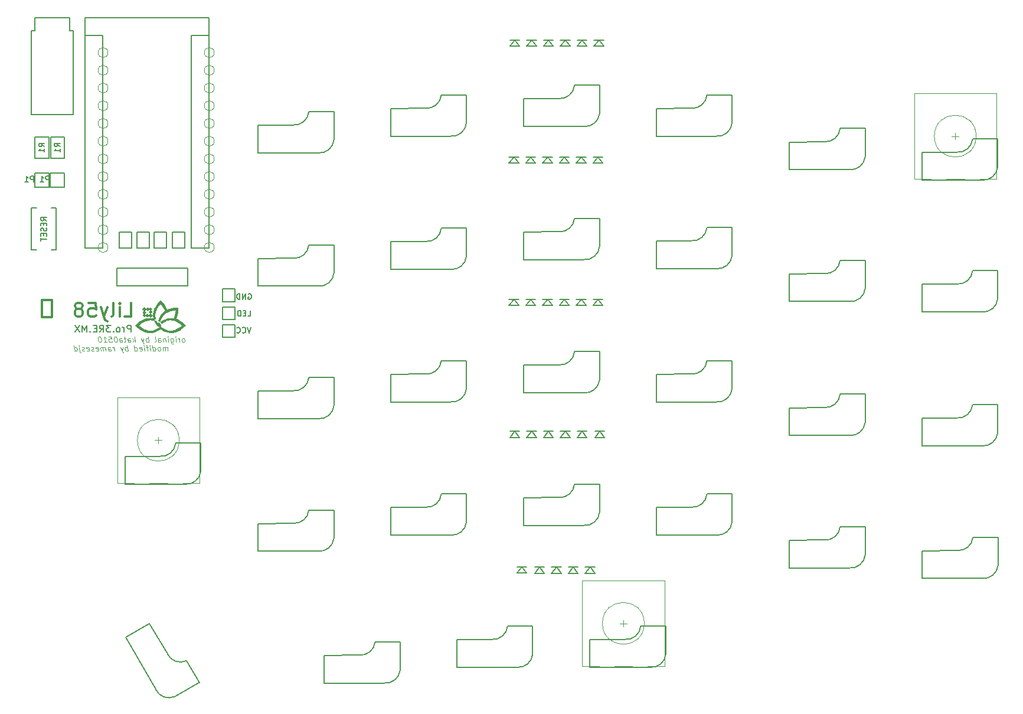
<source format=gbr>
G04 #@! TF.GenerationSoftware,KiCad,Pcbnew,5.1.9*
G04 #@! TF.CreationDate,2021-01-24T14:33:22-08:00*
G04 #@! TF.ProjectId,Lily58_prot_MX,4c696c79-3538-45f7-9072-6f745f4d582e,rev?*
G04 #@! TF.SameCoordinates,Original*
G04 #@! TF.FileFunction,Legend,Bot*
G04 #@! TF.FilePolarity,Positive*
%FSLAX46Y46*%
G04 Gerber Fmt 4.6, Leading zero omitted, Abs format (unit mm)*
G04 Created by KiCad (PCBNEW 5.1.9) date 2021-01-24 14:33:22*
%MOMM*%
%LPD*%
G01*
G04 APERTURE LIST*
%ADD10C,0.010000*%
%ADD11C,0.150000*%
%ADD12C,0.300000*%
%ADD13C,0.120000*%
%ADD14C,0.100000*%
G04 APERTURE END LIST*
D10*
G36*
X100241995Y-79376372D02*
G01*
X100226208Y-79390093D01*
X100204321Y-79410618D01*
X100178220Y-79436027D01*
X100149791Y-79464404D01*
X100120921Y-79493829D01*
X100093496Y-79522385D01*
X100069401Y-79548153D01*
X100050524Y-79569215D01*
X100038749Y-79583654D01*
X100035710Y-79589086D01*
X100040627Y-79597019D01*
X100054119Y-79613073D01*
X100074302Y-79635331D01*
X100099288Y-79661875D01*
X100127191Y-79690785D01*
X100156126Y-79720145D01*
X100184206Y-79748035D01*
X100209545Y-79772538D01*
X100230256Y-79791735D01*
X100244454Y-79803709D01*
X100249795Y-79806800D01*
X100256587Y-79801913D01*
X100271974Y-79788277D01*
X100294315Y-79767431D01*
X100321967Y-79740912D01*
X100353287Y-79710258D01*
X100359905Y-79703710D01*
X100391560Y-79671774D01*
X100419332Y-79642705D01*
X100441656Y-79618227D01*
X100456967Y-79600066D01*
X100463701Y-79589946D01*
X100463881Y-79589086D01*
X100458964Y-79581153D01*
X100445472Y-79565098D01*
X100425289Y-79542840D01*
X100400303Y-79516297D01*
X100372400Y-79487387D01*
X100343465Y-79458027D01*
X100315385Y-79430137D01*
X100290046Y-79405634D01*
X100269335Y-79386436D01*
X100255137Y-79374463D01*
X100249795Y-79371372D01*
X100241995Y-79376372D01*
G37*
X100241995Y-79376372D02*
X100226208Y-79390093D01*
X100204321Y-79410618D01*
X100178220Y-79436027D01*
X100149791Y-79464404D01*
X100120921Y-79493829D01*
X100093496Y-79522385D01*
X100069401Y-79548153D01*
X100050524Y-79569215D01*
X100038749Y-79583654D01*
X100035710Y-79589086D01*
X100040627Y-79597019D01*
X100054119Y-79613073D01*
X100074302Y-79635331D01*
X100099288Y-79661875D01*
X100127191Y-79690785D01*
X100156126Y-79720145D01*
X100184206Y-79748035D01*
X100209545Y-79772538D01*
X100230256Y-79791735D01*
X100244454Y-79803709D01*
X100249795Y-79806800D01*
X100256587Y-79801913D01*
X100271974Y-79788277D01*
X100294315Y-79767431D01*
X100321967Y-79740912D01*
X100353287Y-79710258D01*
X100359905Y-79703710D01*
X100391560Y-79671774D01*
X100419332Y-79642705D01*
X100441656Y-79618227D01*
X100456967Y-79600066D01*
X100463701Y-79589946D01*
X100463881Y-79589086D01*
X100458964Y-79581153D01*
X100445472Y-79565098D01*
X100425289Y-79542840D01*
X100400303Y-79516297D01*
X100372400Y-79487387D01*
X100343465Y-79458027D01*
X100315385Y-79430137D01*
X100290046Y-79405634D01*
X100269335Y-79386436D01*
X100255137Y-79374463D01*
X100249795Y-79371372D01*
X100241995Y-79376372D01*
G36*
X101583218Y-78039737D02*
G01*
X101423857Y-78212566D01*
X101274883Y-78395516D01*
X101136362Y-78588510D01*
X101112821Y-78623886D01*
X101004586Y-78798990D01*
X100910668Y-78973431D01*
X100831080Y-79147143D01*
X100765835Y-79320061D01*
X100714947Y-79492120D01*
X100678430Y-79663255D01*
X100656297Y-79833400D01*
X100648562Y-80002491D01*
X100655238Y-80170461D01*
X100676340Y-80337247D01*
X100711879Y-80502782D01*
X100717317Y-80523307D01*
X100725625Y-80554015D01*
X100796994Y-80576187D01*
X100835489Y-80588605D01*
X100876614Y-80602604D01*
X100913408Y-80615792D01*
X100924753Y-80620074D01*
X100950987Y-80629593D01*
X100971709Y-80636019D01*
X100983525Y-80638342D01*
X100984911Y-80638018D01*
X100984636Y-80629867D01*
X100980749Y-80611177D01*
X100973992Y-80585250D01*
X100969792Y-80570681D01*
X100931522Y-80419041D01*
X100907068Y-80267808D01*
X100896477Y-80116558D01*
X100899798Y-79964867D01*
X100917080Y-79812312D01*
X100948370Y-79658470D01*
X100993717Y-79502917D01*
X101053169Y-79345230D01*
X101126775Y-79184984D01*
X101128352Y-79181830D01*
X101167577Y-79105413D01*
X101204929Y-79037153D01*
X101243522Y-78971686D01*
X101286470Y-78903649D01*
X101315372Y-78859743D01*
X101384514Y-78760108D01*
X101460304Y-78658248D01*
X101539167Y-78558757D01*
X101617533Y-78466225D01*
X101648501Y-78431572D01*
X101681502Y-78395286D01*
X101697607Y-78409800D01*
X101711759Y-78424124D01*
X101733162Y-78447789D01*
X101760088Y-78478733D01*
X101790806Y-78514896D01*
X101823588Y-78554216D01*
X101856702Y-78594632D01*
X101888420Y-78634084D01*
X101917012Y-78670509D01*
X101923832Y-78679376D01*
X101992763Y-78773384D01*
X102061549Y-78874549D01*
X102126531Y-78977297D01*
X102182816Y-79073829D01*
X102204843Y-79114703D01*
X102227916Y-79159650D01*
X102251208Y-79206830D01*
X102273890Y-79254404D01*
X102295136Y-79300533D01*
X102314118Y-79343378D01*
X102330007Y-79381098D01*
X102341977Y-79411856D01*
X102349200Y-79433811D01*
X102350847Y-79445125D01*
X102350316Y-79446057D01*
X102343355Y-79450963D01*
X102327104Y-79462245D01*
X102304229Y-79478055D01*
X102285424Y-79491019D01*
X102154026Y-79590253D01*
X102031759Y-79700682D01*
X101918603Y-79822335D01*
X101814539Y-79955238D01*
X101719548Y-80099419D01*
X101633611Y-80254904D01*
X101556709Y-80421722D01*
X101488822Y-80599899D01*
X101472469Y-80648629D01*
X101458410Y-80692294D01*
X101445297Y-80734148D01*
X101434086Y-80771056D01*
X101425732Y-80799882D01*
X101421701Y-80815215D01*
X101416815Y-80838207D01*
X101416111Y-80851318D01*
X101419883Y-80858652D01*
X101425078Y-80862387D01*
X101435742Y-80869046D01*
X101455862Y-80881846D01*
X101482709Y-80899041D01*
X101513552Y-80918887D01*
X101518687Y-80922200D01*
X101548833Y-80941100D01*
X101574541Y-80956176D01*
X101593446Y-80966117D01*
X101603183Y-80969614D01*
X101603876Y-80969371D01*
X101607539Y-80960480D01*
X101613685Y-80941057D01*
X101621223Y-80914641D01*
X101624458Y-80902629D01*
X101671606Y-80744769D01*
X101727673Y-80592840D01*
X101792002Y-80448033D01*
X101863934Y-80311537D01*
X101942810Y-80184544D01*
X102027973Y-80068243D01*
X102118762Y-79963824D01*
X102174468Y-79908490D01*
X102293384Y-79806720D01*
X102423159Y-79714255D01*
X102563837Y-79631079D01*
X102715464Y-79557174D01*
X102878085Y-79492526D01*
X103051746Y-79437117D01*
X103236490Y-79390930D01*
X103432365Y-79353951D01*
X103639414Y-79326161D01*
X103826716Y-79309582D01*
X103891179Y-79305144D01*
X103886139Y-79387243D01*
X103866557Y-79607541D01*
X103835368Y-79819254D01*
X103792531Y-80022564D01*
X103738003Y-80217656D01*
X103671743Y-80404713D01*
X103636778Y-80489349D01*
X103622486Y-80522383D01*
X103525455Y-80506053D01*
X103360472Y-80485264D01*
X103195159Y-80478430D01*
X103029289Y-80485599D01*
X102862634Y-80506820D01*
X102694964Y-80542143D01*
X102526053Y-80591616D01*
X102355671Y-80655288D01*
X102183590Y-80733208D01*
X102009583Y-80825425D01*
X101993919Y-80834371D01*
X101951622Y-80859205D01*
X101906957Y-80886365D01*
X101861973Y-80914511D01*
X101818720Y-80942303D01*
X101779247Y-80968401D01*
X101745603Y-80991466D01*
X101719837Y-81010157D01*
X101703997Y-81023137D01*
X101701815Y-81025347D01*
X101695514Y-81033277D01*
X101694148Y-81040678D01*
X101698969Y-81050659D01*
X101711228Y-81066327D01*
X101724620Y-81082013D01*
X101747529Y-81110060D01*
X101771106Y-81141182D01*
X101787928Y-81165214D01*
X101815120Y-81206457D01*
X101882303Y-81159941D01*
X102020302Y-81070626D01*
X102163336Y-80989950D01*
X102309632Y-80918626D01*
X102457419Y-80857369D01*
X102604923Y-80806895D01*
X102750374Y-80767917D01*
X102892000Y-80741150D01*
X102934938Y-80735433D01*
X102991163Y-80730587D01*
X103057107Y-80727904D01*
X103128145Y-80727340D01*
X103199648Y-80728854D01*
X103266993Y-80732403D01*
X103325551Y-80737944D01*
X103334531Y-80739112D01*
X103490136Y-80767299D01*
X103647772Y-80809459D01*
X103806820Y-80865298D01*
X103966659Y-80934520D01*
X104126670Y-81016828D01*
X104286234Y-81111927D01*
X104444730Y-81219522D01*
X104601539Y-81339315D01*
X104615553Y-81350689D01*
X104651023Y-81379936D01*
X104686868Y-81410043D01*
X104719605Y-81438051D01*
X104745753Y-81460998D01*
X104752853Y-81467423D01*
X104800024Y-81510648D01*
X104781881Y-81530465D01*
X104754323Y-81558038D01*
X104716542Y-81592115D01*
X104670435Y-81631214D01*
X104617897Y-81673854D01*
X104560826Y-81718552D01*
X104501118Y-81763827D01*
X104440669Y-81808196D01*
X104381377Y-81850179D01*
X104325137Y-81888293D01*
X104317424Y-81893361D01*
X104166908Y-81986671D01*
X104020120Y-82066990D01*
X103875631Y-82134897D01*
X103732016Y-82190970D01*
X103587846Y-82235787D01*
X103441695Y-82269926D01*
X103347182Y-82286329D01*
X103292617Y-82292546D01*
X103227759Y-82296662D01*
X103156676Y-82298683D01*
X103083435Y-82298612D01*
X103012103Y-82296454D01*
X102946750Y-82292211D01*
X102891441Y-82285888D01*
X102891395Y-82285881D01*
X102735558Y-82255633D01*
X102577419Y-82211613D01*
X102417912Y-82154201D01*
X102257971Y-82083775D01*
X102098530Y-82000711D01*
X101940523Y-81905390D01*
X101922815Y-81893874D01*
X101863121Y-81852120D01*
X101815429Y-81812568D01*
X101777800Y-81773387D01*
X101748292Y-81732748D01*
X101743542Y-81724880D01*
X101719002Y-81673384D01*
X101699983Y-81614070D01*
X101688373Y-81553176D01*
X101686783Y-81537629D01*
X101681321Y-81482267D01*
X101674467Y-81437535D01*
X101665318Y-81399557D01*
X101652973Y-81364455D01*
X101639508Y-81334429D01*
X101621810Y-81301783D01*
X101600811Y-81268720D01*
X101580620Y-81241634D01*
X101577722Y-81238263D01*
X101560545Y-81221328D01*
X101536404Y-81200859D01*
X101507562Y-81178413D01*
X101476285Y-81155553D01*
X101444836Y-81133837D01*
X101415481Y-81114826D01*
X101390484Y-81100080D01*
X101372109Y-81091158D01*
X101362621Y-81089622D01*
X101362315Y-81089864D01*
X101357963Y-81101442D01*
X101354677Y-81124330D01*
X101352516Y-81155359D01*
X101351536Y-81191362D01*
X101351795Y-81229169D01*
X101353351Y-81265612D01*
X101356259Y-81297522D01*
X101358306Y-81311164D01*
X101368452Y-81367727D01*
X101352076Y-81347449D01*
X101337516Y-81327532D01*
X101317429Y-81297395D01*
X101293320Y-81259517D01*
X101266696Y-81216374D01*
X101239067Y-81170441D01*
X101211938Y-81124195D01*
X101186816Y-81080114D01*
X101165210Y-81040672D01*
X101164195Y-81038765D01*
X101113395Y-80943132D01*
X101042223Y-80911360D01*
X101009938Y-80897333D01*
X100974001Y-80882345D01*
X100936902Y-80867359D01*
X100901133Y-80853340D01*
X100869186Y-80841250D01*
X100843551Y-80832053D01*
X100826721Y-80826712D01*
X100821214Y-80825905D01*
X100822317Y-80834182D01*
X100829400Y-80853445D01*
X100841579Y-80881894D01*
X100857968Y-80917728D01*
X100877682Y-80959146D01*
X100899837Y-81004347D01*
X100923546Y-81051530D01*
X100947926Y-81098894D01*
X100972090Y-81144638D01*
X100995154Y-81186961D01*
X101016232Y-81224062D01*
X101020286Y-81230959D01*
X101071704Y-81315633D01*
X101118872Y-81388219D01*
X101163064Y-81450048D01*
X101205553Y-81502455D01*
X101247613Y-81546773D01*
X101290518Y-81584334D01*
X101335540Y-81616472D01*
X101383954Y-81644520D01*
X101437033Y-81669812D01*
X101441227Y-81671630D01*
X101470687Y-81684572D01*
X101489788Y-81694355D01*
X101501534Y-81703493D01*
X101508925Y-81714497D01*
X101514965Y-81729881D01*
X101516626Y-81734735D01*
X101526230Y-81760667D01*
X101536411Y-81784745D01*
X101540320Y-81792846D01*
X101547360Y-81808570D01*
X101546329Y-81818470D01*
X101536404Y-81829297D01*
X101535809Y-81829846D01*
X101523926Y-81839165D01*
X101502586Y-81854361D01*
X101474571Y-81873507D01*
X101442664Y-81894677D01*
X101434650Y-81899900D01*
X101271839Y-81998700D01*
X101108364Y-82084137D01*
X100944748Y-82156002D01*
X100781514Y-82214086D01*
X100619183Y-82258177D01*
X100474767Y-82285651D01*
X100423872Y-82291557D01*
X100363004Y-82295783D01*
X100296142Y-82298292D01*
X100227264Y-82299045D01*
X100160351Y-82298007D01*
X100099381Y-82295139D01*
X100048333Y-82290404D01*
X100042967Y-82289695D01*
X99880409Y-82260295D01*
X99716863Y-82216745D01*
X99553067Y-82159306D01*
X99389758Y-82088241D01*
X99227673Y-82003810D01*
X99211214Y-81994444D01*
X99120232Y-81939715D01*
X99025281Y-81877946D01*
X98929381Y-81811346D01*
X98835551Y-81742125D01*
X98746809Y-81672494D01*
X98666175Y-81604662D01*
X98613310Y-81556745D01*
X98566138Y-81512318D01*
X98602424Y-81478483D01*
X98635117Y-81449038D01*
X98676278Y-81413547D01*
X98722735Y-81374629D01*
X98771313Y-81334905D01*
X98818838Y-81296994D01*
X98862135Y-81263516D01*
X98870938Y-81256885D01*
X99027477Y-81146308D01*
X99185617Y-81047646D01*
X99344497Y-80961320D01*
X99503255Y-80887750D01*
X99661028Y-80827355D01*
X99816955Y-80780555D01*
X99880182Y-80765388D01*
X99975975Y-80747798D01*
X100079132Y-80735409D01*
X100185295Y-80728429D01*
X100290107Y-80727062D01*
X100389210Y-80731516D01*
X100453243Y-80738260D01*
X100512955Y-80747594D01*
X100578172Y-80759900D01*
X100643974Y-80774113D01*
X100705446Y-80789168D01*
X100757669Y-80803997D01*
X100760313Y-80804829D01*
X100787093Y-80813002D01*
X100802661Y-80816651D01*
X100809516Y-80816016D01*
X100810156Y-80811336D01*
X100809635Y-80809553D01*
X100806061Y-80798954D01*
X100798630Y-80777110D01*
X100788191Y-80746503D01*
X100775590Y-80709620D01*
X100764024Y-80675807D01*
X100749779Y-80633218D01*
X100738813Y-80601370D01*
X100728875Y-80578345D01*
X100717714Y-80562222D01*
X100703082Y-80551082D01*
X100682726Y-80543005D01*
X100654398Y-80536071D01*
X100615848Y-80528361D01*
X100583624Y-80521897D01*
X100412444Y-80493773D01*
X100242309Y-80480068D01*
X100073372Y-80480784D01*
X99905789Y-80495921D01*
X99774453Y-80518077D01*
X99611413Y-80557969D01*
X99446134Y-80611418D01*
X99279641Y-80677837D01*
X99112959Y-80756640D01*
X98947113Y-80847240D01*
X98783128Y-80949051D01*
X98622030Y-81061487D01*
X98464843Y-81183962D01*
X98312593Y-81315889D01*
X98210590Y-81412481D01*
X98108938Y-81512304D01*
X98221663Y-81622938D01*
X98368413Y-81759378D01*
X98522005Y-81887677D01*
X98681063Y-82006966D01*
X98844209Y-82116373D01*
X99010067Y-82215029D01*
X99177261Y-82302064D01*
X99344413Y-82376608D01*
X99510148Y-82437790D01*
X99511769Y-82438324D01*
X99678293Y-82486512D01*
X99843260Y-82520965D01*
X100007246Y-82541642D01*
X100170827Y-82548499D01*
X100334576Y-82541496D01*
X100499070Y-82520592D01*
X100664884Y-82485743D01*
X100832593Y-82436908D01*
X101002772Y-82374047D01*
X101124281Y-82321397D01*
X101199474Y-82285224D01*
X101279117Y-82243922D01*
X101360161Y-82199261D01*
X101439560Y-82153010D01*
X101514265Y-82106940D01*
X101581230Y-82062820D01*
X101632034Y-82026490D01*
X101658696Y-82007055D01*
X101676856Y-81996023D01*
X101689192Y-81992543D01*
X101698384Y-81995766D01*
X101705698Y-82003104D01*
X101715180Y-82011386D01*
X101734259Y-82025761D01*
X101760382Y-82044377D01*
X101790997Y-82065384D01*
X101799115Y-82070834D01*
X101966363Y-82175951D01*
X102134361Y-82268397D01*
X102302578Y-82348012D01*
X102470486Y-82414638D01*
X102637555Y-82468115D01*
X102803258Y-82508284D01*
X102967064Y-82534985D01*
X103128445Y-82548058D01*
X103286872Y-82547346D01*
X103363110Y-82541930D01*
X103532564Y-82519003D01*
X103703546Y-82481861D01*
X103875620Y-82430671D01*
X104048353Y-82365598D01*
X104221311Y-82286810D01*
X104394060Y-82194472D01*
X104566166Y-82088751D01*
X104595085Y-82069622D01*
X104704285Y-81993483D01*
X104814917Y-81910392D01*
X104923724Y-81823018D01*
X105027448Y-81734026D01*
X105122831Y-81646084D01*
X105173767Y-81595881D01*
X105257224Y-81511271D01*
X105148145Y-81404707D01*
X104997112Y-81265002D01*
X104839038Y-81133800D01*
X104675319Y-81011998D01*
X104507353Y-80900496D01*
X104336534Y-80800191D01*
X104164261Y-80711982D01*
X103991929Y-80636768D01*
X103901769Y-80602738D01*
X103895373Y-80599139D01*
X103894157Y-80592480D01*
X103898687Y-80579558D01*
X103909528Y-80557172D01*
X103909988Y-80556257D01*
X103925156Y-80523825D01*
X103943584Y-80480751D01*
X103964045Y-80430198D01*
X103985311Y-80375328D01*
X104006153Y-80319302D01*
X104025346Y-80265283D01*
X104040367Y-80220457D01*
X104089742Y-80050126D01*
X104131270Y-79870622D01*
X104164435Y-79685299D01*
X104188718Y-79497512D01*
X104203601Y-79310617D01*
X104208567Y-79130832D01*
X104208567Y-78986743D01*
X104079753Y-78986773D01*
X103907817Y-78991330D01*
X103732615Y-79004620D01*
X103556445Y-79026190D01*
X103381604Y-79055584D01*
X103210390Y-79092349D01*
X103045101Y-79136030D01*
X102888034Y-79186173D01*
X102741487Y-79242323D01*
X102702591Y-79259087D01*
X102669307Y-79273690D01*
X102640408Y-79286138D01*
X102618695Y-79295243D01*
X102606969Y-79299813D01*
X102606187Y-79300049D01*
X102599260Y-79294583D01*
X102588919Y-79276420D01*
X102575819Y-79246798D01*
X102569120Y-79229857D01*
X102493968Y-79052470D01*
X102405157Y-78875556D01*
X102303521Y-78700376D01*
X102189895Y-78528195D01*
X102065113Y-78360274D01*
X101930008Y-78197876D01*
X101785416Y-78042265D01*
X101782881Y-78039686D01*
X101682927Y-77938086D01*
X101583218Y-78039737D01*
G37*
X101583218Y-78039737D02*
X101423857Y-78212566D01*
X101274883Y-78395516D01*
X101136362Y-78588510D01*
X101112821Y-78623886D01*
X101004586Y-78798990D01*
X100910668Y-78973431D01*
X100831080Y-79147143D01*
X100765835Y-79320061D01*
X100714947Y-79492120D01*
X100678430Y-79663255D01*
X100656297Y-79833400D01*
X100648562Y-80002491D01*
X100655238Y-80170461D01*
X100676340Y-80337247D01*
X100711879Y-80502782D01*
X100717317Y-80523307D01*
X100725625Y-80554015D01*
X100796994Y-80576187D01*
X100835489Y-80588605D01*
X100876614Y-80602604D01*
X100913408Y-80615792D01*
X100924753Y-80620074D01*
X100950987Y-80629593D01*
X100971709Y-80636019D01*
X100983525Y-80638342D01*
X100984911Y-80638018D01*
X100984636Y-80629867D01*
X100980749Y-80611177D01*
X100973992Y-80585250D01*
X100969792Y-80570681D01*
X100931522Y-80419041D01*
X100907068Y-80267808D01*
X100896477Y-80116558D01*
X100899798Y-79964867D01*
X100917080Y-79812312D01*
X100948370Y-79658470D01*
X100993717Y-79502917D01*
X101053169Y-79345230D01*
X101126775Y-79184984D01*
X101128352Y-79181830D01*
X101167577Y-79105413D01*
X101204929Y-79037153D01*
X101243522Y-78971686D01*
X101286470Y-78903649D01*
X101315372Y-78859743D01*
X101384514Y-78760108D01*
X101460304Y-78658248D01*
X101539167Y-78558757D01*
X101617533Y-78466225D01*
X101648501Y-78431572D01*
X101681502Y-78395286D01*
X101697607Y-78409800D01*
X101711759Y-78424124D01*
X101733162Y-78447789D01*
X101760088Y-78478733D01*
X101790806Y-78514896D01*
X101823588Y-78554216D01*
X101856702Y-78594632D01*
X101888420Y-78634084D01*
X101917012Y-78670509D01*
X101923832Y-78679376D01*
X101992763Y-78773384D01*
X102061549Y-78874549D01*
X102126531Y-78977297D01*
X102182816Y-79073829D01*
X102204843Y-79114703D01*
X102227916Y-79159650D01*
X102251208Y-79206830D01*
X102273890Y-79254404D01*
X102295136Y-79300533D01*
X102314118Y-79343378D01*
X102330007Y-79381098D01*
X102341977Y-79411856D01*
X102349200Y-79433811D01*
X102350847Y-79445125D01*
X102350316Y-79446057D01*
X102343355Y-79450963D01*
X102327104Y-79462245D01*
X102304229Y-79478055D01*
X102285424Y-79491019D01*
X102154026Y-79590253D01*
X102031759Y-79700682D01*
X101918603Y-79822335D01*
X101814539Y-79955238D01*
X101719548Y-80099419D01*
X101633611Y-80254904D01*
X101556709Y-80421722D01*
X101488822Y-80599899D01*
X101472469Y-80648629D01*
X101458410Y-80692294D01*
X101445297Y-80734148D01*
X101434086Y-80771056D01*
X101425732Y-80799882D01*
X101421701Y-80815215D01*
X101416815Y-80838207D01*
X101416111Y-80851318D01*
X101419883Y-80858652D01*
X101425078Y-80862387D01*
X101435742Y-80869046D01*
X101455862Y-80881846D01*
X101482709Y-80899041D01*
X101513552Y-80918887D01*
X101518687Y-80922200D01*
X101548833Y-80941100D01*
X101574541Y-80956176D01*
X101593446Y-80966117D01*
X101603183Y-80969614D01*
X101603876Y-80969371D01*
X101607539Y-80960480D01*
X101613685Y-80941057D01*
X101621223Y-80914641D01*
X101624458Y-80902629D01*
X101671606Y-80744769D01*
X101727673Y-80592840D01*
X101792002Y-80448033D01*
X101863934Y-80311537D01*
X101942810Y-80184544D01*
X102027973Y-80068243D01*
X102118762Y-79963824D01*
X102174468Y-79908490D01*
X102293384Y-79806720D01*
X102423159Y-79714255D01*
X102563837Y-79631079D01*
X102715464Y-79557174D01*
X102878085Y-79492526D01*
X103051746Y-79437117D01*
X103236490Y-79390930D01*
X103432365Y-79353951D01*
X103639414Y-79326161D01*
X103826716Y-79309582D01*
X103891179Y-79305144D01*
X103886139Y-79387243D01*
X103866557Y-79607541D01*
X103835368Y-79819254D01*
X103792531Y-80022564D01*
X103738003Y-80217656D01*
X103671743Y-80404713D01*
X103636778Y-80489349D01*
X103622486Y-80522383D01*
X103525455Y-80506053D01*
X103360472Y-80485264D01*
X103195159Y-80478430D01*
X103029289Y-80485599D01*
X102862634Y-80506820D01*
X102694964Y-80542143D01*
X102526053Y-80591616D01*
X102355671Y-80655288D01*
X102183590Y-80733208D01*
X102009583Y-80825425D01*
X101993919Y-80834371D01*
X101951622Y-80859205D01*
X101906957Y-80886365D01*
X101861973Y-80914511D01*
X101818720Y-80942303D01*
X101779247Y-80968401D01*
X101745603Y-80991466D01*
X101719837Y-81010157D01*
X101703997Y-81023137D01*
X101701815Y-81025347D01*
X101695514Y-81033277D01*
X101694148Y-81040678D01*
X101698969Y-81050659D01*
X101711228Y-81066327D01*
X101724620Y-81082013D01*
X101747529Y-81110060D01*
X101771106Y-81141182D01*
X101787928Y-81165214D01*
X101815120Y-81206457D01*
X101882303Y-81159941D01*
X102020302Y-81070626D01*
X102163336Y-80989950D01*
X102309632Y-80918626D01*
X102457419Y-80857369D01*
X102604923Y-80806895D01*
X102750374Y-80767917D01*
X102892000Y-80741150D01*
X102934938Y-80735433D01*
X102991163Y-80730587D01*
X103057107Y-80727904D01*
X103128145Y-80727340D01*
X103199648Y-80728854D01*
X103266993Y-80732403D01*
X103325551Y-80737944D01*
X103334531Y-80739112D01*
X103490136Y-80767299D01*
X103647772Y-80809459D01*
X103806820Y-80865298D01*
X103966659Y-80934520D01*
X104126670Y-81016828D01*
X104286234Y-81111927D01*
X104444730Y-81219522D01*
X104601539Y-81339315D01*
X104615553Y-81350689D01*
X104651023Y-81379936D01*
X104686868Y-81410043D01*
X104719605Y-81438051D01*
X104745753Y-81460998D01*
X104752853Y-81467423D01*
X104800024Y-81510648D01*
X104781881Y-81530465D01*
X104754323Y-81558038D01*
X104716542Y-81592115D01*
X104670435Y-81631214D01*
X104617897Y-81673854D01*
X104560826Y-81718552D01*
X104501118Y-81763827D01*
X104440669Y-81808196D01*
X104381377Y-81850179D01*
X104325137Y-81888293D01*
X104317424Y-81893361D01*
X104166908Y-81986671D01*
X104020120Y-82066990D01*
X103875631Y-82134897D01*
X103732016Y-82190970D01*
X103587846Y-82235787D01*
X103441695Y-82269926D01*
X103347182Y-82286329D01*
X103292617Y-82292546D01*
X103227759Y-82296662D01*
X103156676Y-82298683D01*
X103083435Y-82298612D01*
X103012103Y-82296454D01*
X102946750Y-82292211D01*
X102891441Y-82285888D01*
X102891395Y-82285881D01*
X102735558Y-82255633D01*
X102577419Y-82211613D01*
X102417912Y-82154201D01*
X102257971Y-82083775D01*
X102098530Y-82000711D01*
X101940523Y-81905390D01*
X101922815Y-81893874D01*
X101863121Y-81852120D01*
X101815429Y-81812568D01*
X101777800Y-81773387D01*
X101748292Y-81732748D01*
X101743542Y-81724880D01*
X101719002Y-81673384D01*
X101699983Y-81614070D01*
X101688373Y-81553176D01*
X101686783Y-81537629D01*
X101681321Y-81482267D01*
X101674467Y-81437535D01*
X101665318Y-81399557D01*
X101652973Y-81364455D01*
X101639508Y-81334429D01*
X101621810Y-81301783D01*
X101600811Y-81268720D01*
X101580620Y-81241634D01*
X101577722Y-81238263D01*
X101560545Y-81221328D01*
X101536404Y-81200859D01*
X101507562Y-81178413D01*
X101476285Y-81155553D01*
X101444836Y-81133837D01*
X101415481Y-81114826D01*
X101390484Y-81100080D01*
X101372109Y-81091158D01*
X101362621Y-81089622D01*
X101362315Y-81089864D01*
X101357963Y-81101442D01*
X101354677Y-81124330D01*
X101352516Y-81155359D01*
X101351536Y-81191362D01*
X101351795Y-81229169D01*
X101353351Y-81265612D01*
X101356259Y-81297522D01*
X101358306Y-81311164D01*
X101368452Y-81367727D01*
X101352076Y-81347449D01*
X101337516Y-81327532D01*
X101317429Y-81297395D01*
X101293320Y-81259517D01*
X101266696Y-81216374D01*
X101239067Y-81170441D01*
X101211938Y-81124195D01*
X101186816Y-81080114D01*
X101165210Y-81040672D01*
X101164195Y-81038765D01*
X101113395Y-80943132D01*
X101042223Y-80911360D01*
X101009938Y-80897333D01*
X100974001Y-80882345D01*
X100936902Y-80867359D01*
X100901133Y-80853340D01*
X100869186Y-80841250D01*
X100843551Y-80832053D01*
X100826721Y-80826712D01*
X100821214Y-80825905D01*
X100822317Y-80834182D01*
X100829400Y-80853445D01*
X100841579Y-80881894D01*
X100857968Y-80917728D01*
X100877682Y-80959146D01*
X100899837Y-81004347D01*
X100923546Y-81051530D01*
X100947926Y-81098894D01*
X100972090Y-81144638D01*
X100995154Y-81186961D01*
X101016232Y-81224062D01*
X101020286Y-81230959D01*
X101071704Y-81315633D01*
X101118872Y-81388219D01*
X101163064Y-81450048D01*
X101205553Y-81502455D01*
X101247613Y-81546773D01*
X101290518Y-81584334D01*
X101335540Y-81616472D01*
X101383954Y-81644520D01*
X101437033Y-81669812D01*
X101441227Y-81671630D01*
X101470687Y-81684572D01*
X101489788Y-81694355D01*
X101501534Y-81703493D01*
X101508925Y-81714497D01*
X101514965Y-81729881D01*
X101516626Y-81734735D01*
X101526230Y-81760667D01*
X101536411Y-81784745D01*
X101540320Y-81792846D01*
X101547360Y-81808570D01*
X101546329Y-81818470D01*
X101536404Y-81829297D01*
X101535809Y-81829846D01*
X101523926Y-81839165D01*
X101502586Y-81854361D01*
X101474571Y-81873507D01*
X101442664Y-81894677D01*
X101434650Y-81899900D01*
X101271839Y-81998700D01*
X101108364Y-82084137D01*
X100944748Y-82156002D01*
X100781514Y-82214086D01*
X100619183Y-82258177D01*
X100474767Y-82285651D01*
X100423872Y-82291557D01*
X100363004Y-82295783D01*
X100296142Y-82298292D01*
X100227264Y-82299045D01*
X100160351Y-82298007D01*
X100099381Y-82295139D01*
X100048333Y-82290404D01*
X100042967Y-82289695D01*
X99880409Y-82260295D01*
X99716863Y-82216745D01*
X99553067Y-82159306D01*
X99389758Y-82088241D01*
X99227673Y-82003810D01*
X99211214Y-81994444D01*
X99120232Y-81939715D01*
X99025281Y-81877946D01*
X98929381Y-81811346D01*
X98835551Y-81742125D01*
X98746809Y-81672494D01*
X98666175Y-81604662D01*
X98613310Y-81556745D01*
X98566138Y-81512318D01*
X98602424Y-81478483D01*
X98635117Y-81449038D01*
X98676278Y-81413547D01*
X98722735Y-81374629D01*
X98771313Y-81334905D01*
X98818838Y-81296994D01*
X98862135Y-81263516D01*
X98870938Y-81256885D01*
X99027477Y-81146308D01*
X99185617Y-81047646D01*
X99344497Y-80961320D01*
X99503255Y-80887750D01*
X99661028Y-80827355D01*
X99816955Y-80780555D01*
X99880182Y-80765388D01*
X99975975Y-80747798D01*
X100079132Y-80735409D01*
X100185295Y-80728429D01*
X100290107Y-80727062D01*
X100389210Y-80731516D01*
X100453243Y-80738260D01*
X100512955Y-80747594D01*
X100578172Y-80759900D01*
X100643974Y-80774113D01*
X100705446Y-80789168D01*
X100757669Y-80803997D01*
X100760313Y-80804829D01*
X100787093Y-80813002D01*
X100802661Y-80816651D01*
X100809516Y-80816016D01*
X100810156Y-80811336D01*
X100809635Y-80809553D01*
X100806061Y-80798954D01*
X100798630Y-80777110D01*
X100788191Y-80746503D01*
X100775590Y-80709620D01*
X100764024Y-80675807D01*
X100749779Y-80633218D01*
X100738813Y-80601370D01*
X100728875Y-80578345D01*
X100717714Y-80562222D01*
X100703082Y-80551082D01*
X100682726Y-80543005D01*
X100654398Y-80536071D01*
X100615848Y-80528361D01*
X100583624Y-80521897D01*
X100412444Y-80493773D01*
X100242309Y-80480068D01*
X100073372Y-80480784D01*
X99905789Y-80495921D01*
X99774453Y-80518077D01*
X99611413Y-80557969D01*
X99446134Y-80611418D01*
X99279641Y-80677837D01*
X99112959Y-80756640D01*
X98947113Y-80847240D01*
X98783128Y-80949051D01*
X98622030Y-81061487D01*
X98464843Y-81183962D01*
X98312593Y-81315889D01*
X98210590Y-81412481D01*
X98108938Y-81512304D01*
X98221663Y-81622938D01*
X98368413Y-81759378D01*
X98522005Y-81887677D01*
X98681063Y-82006966D01*
X98844209Y-82116373D01*
X99010067Y-82215029D01*
X99177261Y-82302064D01*
X99344413Y-82376608D01*
X99510148Y-82437790D01*
X99511769Y-82438324D01*
X99678293Y-82486512D01*
X99843260Y-82520965D01*
X100007246Y-82541642D01*
X100170827Y-82548499D01*
X100334576Y-82541496D01*
X100499070Y-82520592D01*
X100664884Y-82485743D01*
X100832593Y-82436908D01*
X101002772Y-82374047D01*
X101124281Y-82321397D01*
X101199474Y-82285224D01*
X101279117Y-82243922D01*
X101360161Y-82199261D01*
X101439560Y-82153010D01*
X101514265Y-82106940D01*
X101581230Y-82062820D01*
X101632034Y-82026490D01*
X101658696Y-82007055D01*
X101676856Y-81996023D01*
X101689192Y-81992543D01*
X101698384Y-81995766D01*
X101705698Y-82003104D01*
X101715180Y-82011386D01*
X101734259Y-82025761D01*
X101760382Y-82044377D01*
X101790997Y-82065384D01*
X101799115Y-82070834D01*
X101966363Y-82175951D01*
X102134361Y-82268397D01*
X102302578Y-82348012D01*
X102470486Y-82414638D01*
X102637555Y-82468115D01*
X102803258Y-82508284D01*
X102967064Y-82534985D01*
X103128445Y-82548058D01*
X103286872Y-82547346D01*
X103363110Y-82541930D01*
X103532564Y-82519003D01*
X103703546Y-82481861D01*
X103875620Y-82430671D01*
X104048353Y-82365598D01*
X104221311Y-82286810D01*
X104394060Y-82194472D01*
X104566166Y-82088751D01*
X104595085Y-82069622D01*
X104704285Y-81993483D01*
X104814917Y-81910392D01*
X104923724Y-81823018D01*
X105027448Y-81734026D01*
X105122831Y-81646084D01*
X105173767Y-81595881D01*
X105257224Y-81511271D01*
X105148145Y-81404707D01*
X104997112Y-81265002D01*
X104839038Y-81133800D01*
X104675319Y-81011998D01*
X104507353Y-80900496D01*
X104336534Y-80800191D01*
X104164261Y-80711982D01*
X103991929Y-80636768D01*
X103901769Y-80602738D01*
X103895373Y-80599139D01*
X103894157Y-80592480D01*
X103898687Y-80579558D01*
X103909528Y-80557172D01*
X103909988Y-80556257D01*
X103925156Y-80523825D01*
X103943584Y-80480751D01*
X103964045Y-80430198D01*
X103985311Y-80375328D01*
X104006153Y-80319302D01*
X104025346Y-80265283D01*
X104040367Y-80220457D01*
X104089742Y-80050126D01*
X104131270Y-79870622D01*
X104164435Y-79685299D01*
X104188718Y-79497512D01*
X104203601Y-79310617D01*
X104208567Y-79130832D01*
X104208567Y-78986743D01*
X104079753Y-78986773D01*
X103907817Y-78991330D01*
X103732615Y-79004620D01*
X103556445Y-79026190D01*
X103381604Y-79055584D01*
X103210390Y-79092349D01*
X103045101Y-79136030D01*
X102888034Y-79186173D01*
X102741487Y-79242323D01*
X102702591Y-79259087D01*
X102669307Y-79273690D01*
X102640408Y-79286138D01*
X102618695Y-79295243D01*
X102606969Y-79299813D01*
X102606187Y-79300049D01*
X102599260Y-79294583D01*
X102588919Y-79276420D01*
X102575819Y-79246798D01*
X102569120Y-79229857D01*
X102493968Y-79052470D01*
X102405157Y-78875556D01*
X102303521Y-78700376D01*
X102189895Y-78528195D01*
X102065113Y-78360274D01*
X101930008Y-78197876D01*
X101785416Y-78042265D01*
X101782881Y-78039686D01*
X101682927Y-77938086D01*
X101583218Y-78039737D01*
G36*
X99248342Y-79560025D02*
G01*
X99216541Y-79592289D01*
X99188596Y-79621635D01*
X99166052Y-79646358D01*
X99150455Y-79664752D01*
X99143351Y-79675111D01*
X99143081Y-79676175D01*
X99148081Y-79684868D01*
X99161778Y-79701473D01*
X99182222Y-79724042D01*
X99207461Y-79750625D01*
X99235545Y-79779273D01*
X99264522Y-79808036D01*
X99292441Y-79834965D01*
X99317350Y-79858110D01*
X99337300Y-79875522D01*
X99350338Y-79885252D01*
X99353726Y-79886629D01*
X99361944Y-79881691D01*
X99378592Y-79867907D01*
X99401970Y-79846823D01*
X99430374Y-79819984D01*
X99462102Y-79788936D01*
X99469685Y-79781368D01*
X99574758Y-79676107D01*
X99464180Y-79565530D01*
X99353603Y-79454952D01*
X99248342Y-79560025D01*
G37*
X99248342Y-79560025D02*
X99216541Y-79592289D01*
X99188596Y-79621635D01*
X99166052Y-79646358D01*
X99150455Y-79664752D01*
X99143351Y-79675111D01*
X99143081Y-79676175D01*
X99148081Y-79684868D01*
X99161778Y-79701473D01*
X99182222Y-79724042D01*
X99207461Y-79750625D01*
X99235545Y-79779273D01*
X99264522Y-79808036D01*
X99292441Y-79834965D01*
X99317350Y-79858110D01*
X99337300Y-79875522D01*
X99350338Y-79885252D01*
X99353726Y-79886629D01*
X99361944Y-79881691D01*
X99378592Y-79867907D01*
X99401970Y-79846823D01*
X99430374Y-79819984D01*
X99462102Y-79788936D01*
X99469685Y-79781368D01*
X99574758Y-79676107D01*
X99464180Y-79565530D01*
X99353603Y-79454952D01*
X99248342Y-79560025D01*
G36*
X100242596Y-79006254D02*
G01*
X100226661Y-79019799D01*
X100205215Y-79039725D01*
X100180398Y-79063864D01*
X100154350Y-79090048D01*
X100129209Y-79116110D01*
X100107116Y-79139883D01*
X100090209Y-79159197D01*
X100080629Y-79171887D01*
X100079253Y-79175146D01*
X100084165Y-79183635D01*
X100097482Y-79199893D01*
X100117069Y-79221742D01*
X100140796Y-79247004D01*
X100166529Y-79273500D01*
X100192138Y-79299052D01*
X100215488Y-79321481D01*
X100234448Y-79338610D01*
X100246886Y-79348260D01*
X100250022Y-79349600D01*
X100257312Y-79344697D01*
X100272920Y-79331118D01*
X100295011Y-79310562D01*
X100321750Y-79284725D01*
X100343850Y-79262803D01*
X100430421Y-79176006D01*
X100344123Y-79088632D01*
X100315232Y-79059777D01*
X100289617Y-79034940D01*
X100269095Y-79015824D01*
X100255484Y-79004131D01*
X100250882Y-79001257D01*
X100242596Y-79006254D01*
G37*
X100242596Y-79006254D02*
X100226661Y-79019799D01*
X100205215Y-79039725D01*
X100180398Y-79063864D01*
X100154350Y-79090048D01*
X100129209Y-79116110D01*
X100107116Y-79139883D01*
X100090209Y-79159197D01*
X100080629Y-79171887D01*
X100079253Y-79175146D01*
X100084165Y-79183635D01*
X100097482Y-79199893D01*
X100117069Y-79221742D01*
X100140796Y-79247004D01*
X100166529Y-79273500D01*
X100192138Y-79299052D01*
X100215488Y-79321481D01*
X100234448Y-79338610D01*
X100246886Y-79348260D01*
X100250022Y-79349600D01*
X100257312Y-79344697D01*
X100272920Y-79331118D01*
X100295011Y-79310562D01*
X100321750Y-79284725D01*
X100343850Y-79262803D01*
X100430421Y-79176006D01*
X100344123Y-79088632D01*
X100315232Y-79059777D01*
X100289617Y-79034940D01*
X100269095Y-79015824D01*
X100255484Y-79004131D01*
X100250882Y-79001257D01*
X100242596Y-79006254D01*
G36*
X100239962Y-79833629D02*
G01*
X100222147Y-79847599D01*
X100198151Y-79868676D01*
X100169778Y-79895055D01*
X100138831Y-79924931D01*
X100107115Y-79956500D01*
X100076433Y-79987956D01*
X100048589Y-80017495D01*
X100025386Y-80043312D01*
X100008629Y-80063601D01*
X100000120Y-80076558D01*
X99999424Y-80079103D01*
X100004401Y-80088099D01*
X100018166Y-80105274D01*
X100038967Y-80128851D01*
X100065053Y-80157052D01*
X100094674Y-80188099D01*
X100126077Y-80220215D01*
X100157514Y-80251620D01*
X100187231Y-80280538D01*
X100213479Y-80305191D01*
X100234506Y-80323801D01*
X100248562Y-80334590D01*
X100253005Y-80336572D01*
X100260907Y-80331649D01*
X100277420Y-80317845D01*
X100300960Y-80296610D01*
X100329940Y-80269392D01*
X100362775Y-80237640D01*
X100381735Y-80218936D01*
X100415882Y-80184613D01*
X100446562Y-80153008D01*
X100472245Y-80125761D01*
X100491399Y-80104510D01*
X100502496Y-80090896D01*
X100504579Y-80087361D01*
X100503918Y-80080635D01*
X100497992Y-80070045D01*
X100485814Y-80054450D01*
X100466396Y-80032708D01*
X100438751Y-80003674D01*
X100401891Y-79966208D01*
X100386736Y-79950997D01*
X100343561Y-79908399D01*
X100307652Y-79874297D01*
X100279635Y-79849252D01*
X100260136Y-79833824D01*
X100249793Y-79828572D01*
X100239962Y-79833629D01*
G37*
X100239962Y-79833629D02*
X100222147Y-79847599D01*
X100198151Y-79868676D01*
X100169778Y-79895055D01*
X100138831Y-79924931D01*
X100107115Y-79956500D01*
X100076433Y-79987956D01*
X100048589Y-80017495D01*
X100025386Y-80043312D01*
X100008629Y-80063601D01*
X100000120Y-80076558D01*
X99999424Y-80079103D01*
X100004401Y-80088099D01*
X100018166Y-80105274D01*
X100038967Y-80128851D01*
X100065053Y-80157052D01*
X100094674Y-80188099D01*
X100126077Y-80220215D01*
X100157514Y-80251620D01*
X100187231Y-80280538D01*
X100213479Y-80305191D01*
X100234506Y-80323801D01*
X100248562Y-80334590D01*
X100253005Y-80336572D01*
X100260907Y-80331649D01*
X100277420Y-80317845D01*
X100300960Y-80296610D01*
X100329940Y-80269392D01*
X100362775Y-80237640D01*
X100381735Y-80218936D01*
X100415882Y-80184613D01*
X100446562Y-80153008D01*
X100472245Y-80125761D01*
X100491399Y-80104510D01*
X100502496Y-80090896D01*
X100504579Y-80087361D01*
X100503918Y-80080635D01*
X100497992Y-80070045D01*
X100485814Y-80054450D01*
X100466396Y-80032708D01*
X100438751Y-80003674D01*
X100401891Y-79966208D01*
X100386736Y-79950997D01*
X100343561Y-79908399D01*
X100307652Y-79874297D01*
X100279635Y-79849252D01*
X100260136Y-79833824D01*
X100249793Y-79828572D01*
X100239962Y-79833629D01*
G36*
X99748194Y-79870775D02*
G01*
X99738523Y-79878344D01*
X99721352Y-79893996D01*
X99698588Y-79915796D01*
X99672141Y-79941806D01*
X99643920Y-79970093D01*
X99615833Y-79998719D01*
X99589789Y-80025750D01*
X99567697Y-80049250D01*
X99551467Y-80067283D01*
X99543006Y-80077913D01*
X99542224Y-80079639D01*
X99547233Y-80087418D01*
X99560979Y-80103166D01*
X99581540Y-80124998D01*
X99606991Y-80151033D01*
X99635411Y-80179386D01*
X99664877Y-80208176D01*
X99693466Y-80235518D01*
X99719255Y-80259531D01*
X99740321Y-80278332D01*
X99754742Y-80290036D01*
X99760126Y-80293029D01*
X99768426Y-80288094D01*
X99785093Y-80274350D01*
X99808370Y-80253383D01*
X99836499Y-80226783D01*
X99867721Y-80196136D01*
X99870707Y-80193149D01*
X99901589Y-80161670D01*
X99928579Y-80133130D01*
X99950093Y-80109290D01*
X99964546Y-80091911D01*
X99970351Y-80082754D01*
X99970395Y-80082384D01*
X99965458Y-80074152D01*
X99951682Y-80057500D01*
X99930619Y-80034140D01*
X99903823Y-80005784D01*
X99872846Y-79974145D01*
X99866122Y-79967411D01*
X99830191Y-79931787D01*
X99802902Y-79905447D01*
X99782829Y-79887222D01*
X99768546Y-79875943D01*
X99758626Y-79870440D01*
X99751642Y-79869546D01*
X99748194Y-79870775D01*
G37*
X99748194Y-79870775D02*
X99738523Y-79878344D01*
X99721352Y-79893996D01*
X99698588Y-79915796D01*
X99672141Y-79941806D01*
X99643920Y-79970093D01*
X99615833Y-79998719D01*
X99589789Y-80025750D01*
X99567697Y-80049250D01*
X99551467Y-80067283D01*
X99543006Y-80077913D01*
X99542224Y-80079639D01*
X99547233Y-80087418D01*
X99560979Y-80103166D01*
X99581540Y-80124998D01*
X99606991Y-80151033D01*
X99635411Y-80179386D01*
X99664877Y-80208176D01*
X99693466Y-80235518D01*
X99719255Y-80259531D01*
X99740321Y-80278332D01*
X99754742Y-80290036D01*
X99760126Y-80293029D01*
X99768426Y-80288094D01*
X99785093Y-80274350D01*
X99808370Y-80253383D01*
X99836499Y-80226783D01*
X99867721Y-80196136D01*
X99870707Y-80193149D01*
X99901589Y-80161670D01*
X99928579Y-80133130D01*
X99950093Y-80109290D01*
X99964546Y-80091911D01*
X99970351Y-80082754D01*
X99970395Y-80082384D01*
X99965458Y-80074152D01*
X99951682Y-80057500D01*
X99930619Y-80034140D01*
X99903823Y-80005784D01*
X99872846Y-79974145D01*
X99866122Y-79967411D01*
X99830191Y-79931787D01*
X99802902Y-79905447D01*
X99782829Y-79887222D01*
X99768546Y-79875943D01*
X99758626Y-79870440D01*
X99751642Y-79869546D01*
X99748194Y-79870775D01*
G36*
X99345051Y-78933682D02*
G01*
X99328540Y-78947495D01*
X99305606Y-78968368D01*
X99278006Y-78994539D01*
X99247498Y-79024249D01*
X99215839Y-79055739D01*
X99184787Y-79087248D01*
X99156098Y-79117017D01*
X99131532Y-79143287D01*
X99112845Y-79164297D01*
X99101795Y-79178288D01*
X99099538Y-79182844D01*
X99104534Y-79191174D01*
X99118348Y-79207684D01*
X99139220Y-79230618D01*
X99165391Y-79258218D01*
X99195102Y-79288726D01*
X99226591Y-79320385D01*
X99258101Y-79351438D01*
X99287870Y-79380126D01*
X99314139Y-79404692D01*
X99335149Y-79423379D01*
X99349140Y-79434430D01*
X99353696Y-79436686D01*
X99361705Y-79431739D01*
X99378307Y-79417853D01*
X99401940Y-79396462D01*
X99431046Y-79368999D01*
X99464064Y-79336900D01*
X99486061Y-79315051D01*
X99520293Y-79280332D01*
X99550791Y-79248551D01*
X99576123Y-79221272D01*
X99594857Y-79200055D01*
X99605562Y-79186463D01*
X99607538Y-79182528D01*
X99602543Y-79174198D01*
X99588729Y-79157688D01*
X99567856Y-79134754D01*
X99541685Y-79107154D01*
X99511975Y-79076646D01*
X99480485Y-79044987D01*
X99448976Y-79013934D01*
X99419207Y-78985246D01*
X99392938Y-78960680D01*
X99371928Y-78941993D01*
X99357937Y-78930942D01*
X99353380Y-78928686D01*
X99345051Y-78933682D01*
G37*
X99345051Y-78933682D02*
X99328540Y-78947495D01*
X99305606Y-78968368D01*
X99278006Y-78994539D01*
X99247498Y-79024249D01*
X99215839Y-79055739D01*
X99184787Y-79087248D01*
X99156098Y-79117017D01*
X99131532Y-79143287D01*
X99112845Y-79164297D01*
X99101795Y-79178288D01*
X99099538Y-79182844D01*
X99104534Y-79191174D01*
X99118348Y-79207684D01*
X99139220Y-79230618D01*
X99165391Y-79258218D01*
X99195102Y-79288726D01*
X99226591Y-79320385D01*
X99258101Y-79351438D01*
X99287870Y-79380126D01*
X99314139Y-79404692D01*
X99335149Y-79423379D01*
X99349140Y-79434430D01*
X99353696Y-79436686D01*
X99361705Y-79431739D01*
X99378307Y-79417853D01*
X99401940Y-79396462D01*
X99431046Y-79368999D01*
X99464064Y-79336900D01*
X99486061Y-79315051D01*
X99520293Y-79280332D01*
X99550791Y-79248551D01*
X99576123Y-79221272D01*
X99594857Y-79200055D01*
X99605562Y-79186463D01*
X99607538Y-79182528D01*
X99602543Y-79174198D01*
X99588729Y-79157688D01*
X99567856Y-79134754D01*
X99541685Y-79107154D01*
X99511975Y-79076646D01*
X99480485Y-79044987D01*
X99448976Y-79013934D01*
X99419207Y-78985246D01*
X99392938Y-78960680D01*
X99371928Y-78941993D01*
X99357937Y-78930942D01*
X99353380Y-78928686D01*
X99345051Y-78933682D01*
G36*
X99344971Y-79920567D02*
G01*
X99328852Y-79933874D01*
X99307125Y-79953447D01*
X99281963Y-79977154D01*
X99255542Y-80002861D01*
X99230036Y-80028437D01*
X99207620Y-80051750D01*
X99190468Y-80070668D01*
X99180756Y-80083058D01*
X99179367Y-80086205D01*
X99184207Y-80093111D01*
X99197351Y-80108048D01*
X99216735Y-80128911D01*
X99240294Y-80153591D01*
X99265965Y-80179982D01*
X99291684Y-80205977D01*
X99315387Y-80229469D01*
X99335009Y-80248350D01*
X99348486Y-80260515D01*
X99353538Y-80264000D01*
X99359688Y-80259119D01*
X99374263Y-80245611D01*
X99395490Y-80225175D01*
X99421597Y-80199511D01*
X99442552Y-80178620D01*
X99470925Y-80149755D01*
X99495292Y-80124170D01*
X99513945Y-80103722D01*
X99525177Y-80090270D01*
X99527710Y-80085973D01*
X99522691Y-80077773D01*
X99509088Y-80061965D01*
X99489078Y-80040676D01*
X99464842Y-80016033D01*
X99438559Y-79990166D01*
X99412406Y-79965202D01*
X99388564Y-79943268D01*
X99369211Y-79926493D01*
X99356527Y-79917005D01*
X99353306Y-79915657D01*
X99344971Y-79920567D01*
G37*
X99344971Y-79920567D02*
X99328852Y-79933874D01*
X99307125Y-79953447D01*
X99281963Y-79977154D01*
X99255542Y-80002861D01*
X99230036Y-80028437D01*
X99207620Y-80051750D01*
X99190468Y-80070668D01*
X99180756Y-80083058D01*
X99179367Y-80086205D01*
X99184207Y-80093111D01*
X99197351Y-80108048D01*
X99216735Y-80128911D01*
X99240294Y-80153591D01*
X99265965Y-80179982D01*
X99291684Y-80205977D01*
X99315387Y-80229469D01*
X99335009Y-80248350D01*
X99348486Y-80260515D01*
X99353538Y-80264000D01*
X99359688Y-80259119D01*
X99374263Y-80245611D01*
X99395490Y-80225175D01*
X99421597Y-80199511D01*
X99442552Y-80178620D01*
X99470925Y-80149755D01*
X99495292Y-80124170D01*
X99513945Y-80103722D01*
X99525177Y-80090270D01*
X99527710Y-80085973D01*
X99522691Y-80077773D01*
X99509088Y-80061965D01*
X99489078Y-80040676D01*
X99464842Y-80016033D01*
X99438559Y-79990166D01*
X99412406Y-79965202D01*
X99388564Y-79943268D01*
X99369211Y-79926493D01*
X99356527Y-79917005D01*
X99353306Y-79915657D01*
X99344971Y-79920567D01*
G36*
X99838822Y-78977154D02*
G01*
X99822705Y-78990669D01*
X99800403Y-79010884D01*
X99773835Y-79035910D01*
X99744920Y-79063854D01*
X99715577Y-79092829D01*
X99687724Y-79120943D01*
X99663282Y-79146306D01*
X99644168Y-79167028D01*
X99632301Y-79181219D01*
X99629310Y-79186499D01*
X99634249Y-79193816D01*
X99647801Y-79209244D01*
X99668067Y-79230888D01*
X99693145Y-79256850D01*
X99721137Y-79285234D01*
X99750143Y-79314144D01*
X99778264Y-79341684D01*
X99803599Y-79365957D01*
X99824249Y-79385067D01*
X99838315Y-79397117D01*
X99843580Y-79400400D01*
X99850696Y-79395482D01*
X99866330Y-79381761D01*
X99888824Y-79360787D01*
X99916524Y-79334110D01*
X99947775Y-79303279D01*
X99954161Y-79296895D01*
X99985625Y-79264855D01*
X100013228Y-79235754D01*
X100035413Y-79211315D01*
X100050624Y-79193260D01*
X100057304Y-79183313D01*
X100057481Y-79182498D01*
X100052481Y-79173843D01*
X100038783Y-79157274D01*
X100018338Y-79134741D01*
X99993097Y-79108190D01*
X99965012Y-79079570D01*
X99936035Y-79050830D01*
X99908117Y-79023916D01*
X99883209Y-79000778D01*
X99863263Y-78983362D01*
X99850231Y-78973618D01*
X99846836Y-78972229D01*
X99838822Y-78977154D01*
G37*
X99838822Y-78977154D02*
X99822705Y-78990669D01*
X99800403Y-79010884D01*
X99773835Y-79035910D01*
X99744920Y-79063854D01*
X99715577Y-79092829D01*
X99687724Y-79120943D01*
X99663282Y-79146306D01*
X99644168Y-79167028D01*
X99632301Y-79181219D01*
X99629310Y-79186499D01*
X99634249Y-79193816D01*
X99647801Y-79209244D01*
X99668067Y-79230888D01*
X99693145Y-79256850D01*
X99721137Y-79285234D01*
X99750143Y-79314144D01*
X99778264Y-79341684D01*
X99803599Y-79365957D01*
X99824249Y-79385067D01*
X99838315Y-79397117D01*
X99843580Y-79400400D01*
X99850696Y-79395482D01*
X99866330Y-79381761D01*
X99888824Y-79360787D01*
X99916524Y-79334110D01*
X99947775Y-79303279D01*
X99954161Y-79296895D01*
X99985625Y-79264855D01*
X100013228Y-79235754D01*
X100035413Y-79211315D01*
X100050624Y-79193260D01*
X100057304Y-79183313D01*
X100057481Y-79182498D01*
X100052481Y-79173843D01*
X100038783Y-79157274D01*
X100018338Y-79134741D01*
X99993097Y-79108190D01*
X99965012Y-79079570D01*
X99936035Y-79050830D01*
X99908117Y-79023916D01*
X99883209Y-79000778D01*
X99863263Y-78983362D01*
X99850231Y-78973618D01*
X99846836Y-78972229D01*
X99838822Y-78977154D01*
D11*
X153800000Y-68150000D02*
X158850000Y-68104000D01*
X153800000Y-68196000D02*
X153800000Y-72104000D01*
X153800000Y-72104000D02*
X162425000Y-72104000D01*
X164700000Y-70150000D02*
X164700000Y-66205000D01*
X164700000Y-66196000D02*
X161090000Y-66196000D01*
X164689000Y-70220000D02*
G75*
G02*
X162425000Y-72104000I-2074000J190000D01*
G01*
X161084999Y-66220001D02*
G75*
G02*
X158825000Y-68100000I-2069999J190000D01*
G01*
X115700000Y-71950000D02*
X120750000Y-71904000D01*
X115700000Y-71996000D02*
X115700000Y-75904000D01*
X115700000Y-75904000D02*
X124325000Y-75904000D01*
X126600000Y-73950000D02*
X126600000Y-70005000D01*
X126600000Y-69996000D02*
X122990000Y-69996000D01*
X126589000Y-74020000D02*
G75*
G02*
X124325000Y-75904000I-2074000J190000D01*
G01*
X122984999Y-70020001D02*
G75*
G02*
X120725000Y-71900000I-2069999J190000D01*
G01*
X145600000Y-48496000D02*
X141990000Y-48496000D01*
X145600000Y-52450000D02*
X145600000Y-48505000D01*
X134700000Y-54404000D02*
X143325000Y-54404000D01*
X134700000Y-50496000D02*
X134700000Y-54404000D01*
X134700000Y-50450000D02*
X139750000Y-50404000D01*
X141984999Y-48520001D02*
G75*
G02*
X139725000Y-50400000I-2069999J190000D01*
G01*
X145589000Y-52520000D02*
G75*
G02*
X143325000Y-54404000I-2074000J190000D01*
G01*
X172800000Y-50450000D02*
X177850000Y-50404000D01*
X172800000Y-50496000D02*
X172800000Y-54404000D01*
X172800000Y-54404000D02*
X181425000Y-54404000D01*
X183700000Y-52450000D02*
X183700000Y-48505000D01*
X183700000Y-48496000D02*
X180090000Y-48496000D01*
X183689000Y-52520000D02*
G75*
G02*
X181425000Y-54404000I-2074000J190000D01*
G01*
X180084999Y-48520001D02*
G75*
G02*
X177825000Y-50400000I-2069999J190000D01*
G01*
X115700000Y-52850000D02*
X120750000Y-52804000D01*
X115700000Y-52896000D02*
X115700000Y-56804000D01*
X115700000Y-56804000D02*
X124325000Y-56804000D01*
X126600000Y-54850000D02*
X126600000Y-50905000D01*
X126600000Y-50896000D02*
X122990000Y-50896000D01*
X126589000Y-54920000D02*
G75*
G02*
X124325000Y-56804000I-2074000J190000D01*
G01*
X122984999Y-50920001D02*
G75*
G02*
X120725000Y-52800000I-2069999J190000D01*
G01*
X221850000Y-111896000D02*
X218240000Y-111896000D01*
X221850000Y-115850000D02*
X221850000Y-111905000D01*
X210950000Y-117804000D02*
X219575000Y-117804000D01*
X210950000Y-113896000D02*
X210950000Y-117804000D01*
X210950000Y-113850000D02*
X216000000Y-113804000D01*
X218234999Y-111920001D02*
G75*
G02*
X215975000Y-113800000I-2069999J190000D01*
G01*
X221839000Y-115920000D02*
G75*
G02*
X219575000Y-117804000I-2074000J190000D01*
G01*
X134700000Y-107650000D02*
X139750000Y-107604000D01*
X134700000Y-107696000D02*
X134700000Y-111604000D01*
X134700000Y-111604000D02*
X143325000Y-111604000D01*
X145600000Y-109650000D02*
X145600000Y-105705000D01*
X145600000Y-105696000D02*
X141990000Y-105696000D01*
X145589000Y-109720000D02*
G75*
G02*
X143325000Y-111604000I-2074000J190000D01*
G01*
X141984999Y-105720001D02*
G75*
G02*
X139725000Y-107600000I-2069999J190000D01*
G01*
X126600000Y-107996000D02*
X122990000Y-107996000D01*
X126600000Y-111950000D02*
X126600000Y-108005000D01*
X115700000Y-113904000D02*
X124325000Y-113904000D01*
X115700000Y-109996000D02*
X115700000Y-113904000D01*
X115700000Y-109950000D02*
X120750000Y-109904000D01*
X122984999Y-108020001D02*
G75*
G02*
X120725000Y-109900000I-2069999J190000D01*
G01*
X126589000Y-112020000D02*
G75*
G02*
X124325000Y-113904000I-2074000J190000D01*
G01*
X151700000Y-78681000D02*
X153100000Y-78681000D01*
X153100000Y-78681000D02*
X152400000Y-77781000D01*
X152400000Y-77781000D02*
X151700000Y-78681000D01*
X151700000Y-77781000D02*
X153100000Y-77781000D01*
X154113000Y-77781000D02*
X155513000Y-77781000D01*
X154813000Y-77781000D02*
X154113000Y-78681000D01*
X155513000Y-78681000D02*
X154813000Y-77781000D01*
X154113000Y-78681000D02*
X155513000Y-78681000D01*
X156526000Y-78681000D02*
X157926000Y-78681000D01*
X157926000Y-78681000D02*
X157226000Y-77781000D01*
X157226000Y-77781000D02*
X156526000Y-78681000D01*
X156526000Y-77781000D02*
X157926000Y-77781000D01*
X158939000Y-77781000D02*
X160339000Y-77781000D01*
X159639000Y-77781000D02*
X158939000Y-78681000D01*
X160339000Y-78681000D02*
X159639000Y-77781000D01*
X158939000Y-78681000D02*
X160339000Y-78681000D01*
X161352000Y-78681000D02*
X162752000Y-78681000D01*
X162752000Y-78681000D02*
X162052000Y-77781000D01*
X162052000Y-77781000D02*
X161352000Y-78681000D01*
X161352000Y-77781000D02*
X162752000Y-77781000D01*
X163765000Y-77781000D02*
X165165000Y-77781000D01*
X164465000Y-77781000D02*
X163765000Y-78681000D01*
X165165000Y-78681000D02*
X164465000Y-77781000D01*
X163765000Y-78681000D02*
X165165000Y-78681000D01*
X151827000Y-97604000D02*
X153227000Y-97604000D01*
X153227000Y-97604000D02*
X152527000Y-96704000D01*
X152527000Y-96704000D02*
X151827000Y-97604000D01*
X151827000Y-96704000D02*
X153227000Y-96704000D01*
X154240000Y-96704000D02*
X155640000Y-96704000D01*
X154940000Y-96704000D02*
X154240000Y-97604000D01*
X155640000Y-97604000D02*
X154940000Y-96704000D01*
X154240000Y-97604000D02*
X155640000Y-97604000D01*
X156653000Y-97604000D02*
X158053000Y-97604000D01*
X158053000Y-97604000D02*
X157353000Y-96704000D01*
X157353000Y-96704000D02*
X156653000Y-97604000D01*
X156653000Y-96704000D02*
X158053000Y-96704000D01*
X159066000Y-96704000D02*
X160466000Y-96704000D01*
X159766000Y-96704000D02*
X159066000Y-97604000D01*
X160466000Y-97604000D02*
X159766000Y-96704000D01*
X159066000Y-97604000D02*
X160466000Y-97604000D01*
X161479000Y-97604000D02*
X162879000Y-97604000D01*
X162879000Y-97604000D02*
X162179000Y-96704000D01*
X162179000Y-96704000D02*
X161479000Y-97604000D01*
X161479000Y-96704000D02*
X162879000Y-96704000D01*
X164019000Y-96704000D02*
X165419000Y-96704000D01*
X164719000Y-96704000D02*
X164019000Y-97604000D01*
X165419000Y-97604000D02*
X164719000Y-96704000D01*
X164019000Y-97604000D02*
X165419000Y-97604000D01*
X172800000Y-107650000D02*
X177850000Y-107604000D01*
X172800000Y-107696000D02*
X172800000Y-111604000D01*
X172800000Y-111604000D02*
X181425000Y-111604000D01*
X183700000Y-109650000D02*
X183700000Y-105705000D01*
X183700000Y-105696000D02*
X180090000Y-105696000D01*
X183689000Y-109720000D02*
G75*
G02*
X181425000Y-111604000I-2074000J190000D01*
G01*
X180084999Y-105720001D02*
G75*
G02*
X177825000Y-107600000I-2069999J190000D01*
G01*
X151700000Y-57363000D02*
X153100000Y-57363000D01*
X152400000Y-57363000D02*
X151700000Y-58263000D01*
X153100000Y-58263000D02*
X152400000Y-57363000D01*
X151700000Y-58263000D02*
X153100000Y-58263000D01*
X154113000Y-58263000D02*
X155513000Y-58263000D01*
X155513000Y-58263000D02*
X154813000Y-57363000D01*
X154813000Y-57363000D02*
X154113000Y-58263000D01*
X154113000Y-57363000D02*
X155513000Y-57363000D01*
X156526000Y-57363000D02*
X157926000Y-57363000D01*
X157226000Y-57363000D02*
X156526000Y-58263000D01*
X157926000Y-58263000D02*
X157226000Y-57363000D01*
X156526000Y-58263000D02*
X157926000Y-58263000D01*
X158939000Y-58263000D02*
X160339000Y-58263000D01*
X160339000Y-58263000D02*
X159639000Y-57363000D01*
X159639000Y-57363000D02*
X158939000Y-58263000D01*
X158939000Y-57363000D02*
X160339000Y-57363000D01*
X161352000Y-57363000D02*
X162752000Y-57363000D01*
X162052000Y-57363000D02*
X161352000Y-58263000D01*
X162752000Y-58263000D02*
X162052000Y-57363000D01*
X161352000Y-58263000D02*
X162752000Y-58263000D01*
X163765000Y-58263000D02*
X165165000Y-58263000D01*
X165165000Y-58263000D02*
X164465000Y-57363000D01*
X164465000Y-57363000D02*
X163765000Y-58263000D01*
X163765000Y-57363000D02*
X165165000Y-57363000D01*
X221800000Y-73696000D02*
X218190000Y-73696000D01*
X221800000Y-77650000D02*
X221800000Y-73705000D01*
X210900000Y-79604000D02*
X219525000Y-79604000D01*
X210900000Y-75696000D02*
X210900000Y-79604000D01*
X210900000Y-75650000D02*
X215950000Y-75604000D01*
X218184999Y-73720001D02*
G75*
G02*
X215925000Y-75600000I-2069999J190000D01*
G01*
X221789000Y-77720000D02*
G75*
G02*
X219525000Y-79604000I-2074000J190000D01*
G01*
X183700000Y-67496000D02*
X180090000Y-67496000D01*
X183700000Y-71450000D02*
X183700000Y-67505000D01*
X172800000Y-73404000D02*
X181425000Y-73404000D01*
X172800000Y-69496000D02*
X172800000Y-73404000D01*
X172800000Y-69450000D02*
X177850000Y-69404000D01*
X180084999Y-67520001D02*
G75*
G02*
X177825000Y-69400000I-2069999J190000D01*
G01*
X183689000Y-71520000D02*
G75*
G02*
X181425000Y-73404000I-2074000J190000D01*
G01*
X202800000Y-53296000D02*
X199190000Y-53296000D01*
X202800000Y-57250000D02*
X202800000Y-53305000D01*
X191900000Y-59204000D02*
X200525000Y-59204000D01*
X191900000Y-55296000D02*
X191900000Y-59204000D01*
X191900000Y-55250000D02*
X196950000Y-55204000D01*
X199184999Y-53320001D02*
G75*
G02*
X196925000Y-55200000I-2069999J190000D01*
G01*
X202789000Y-57320000D02*
G75*
G02*
X200525000Y-59204000I-2074000J190000D01*
G01*
X90910000Y-70440000D02*
X90910000Y-39960000D01*
X93450000Y-70440000D02*
X90910000Y-70440000D01*
X93450000Y-39960000D02*
X93450000Y-70440000D01*
X90910000Y-39960000D02*
X93450000Y-39960000D01*
X106150000Y-70440000D02*
X106150000Y-39960000D01*
X108690000Y-70440000D02*
X106150000Y-70440000D01*
X108690000Y-39960000D02*
X108690000Y-70440000D01*
X106150000Y-39960000D02*
X108690000Y-39960000D01*
X90910000Y-70440000D02*
X90910000Y-37420000D01*
X108690000Y-37420000D02*
X108690000Y-70440000D01*
X90910000Y-37420000D02*
X108690000Y-37420000D01*
X151827000Y-40599000D02*
X153227000Y-40599000D01*
X152527000Y-40599000D02*
X151827000Y-41499000D01*
X153227000Y-41499000D02*
X152527000Y-40599000D01*
X151827000Y-41499000D02*
X153227000Y-41499000D01*
X154240000Y-41499000D02*
X155640000Y-41499000D01*
X155640000Y-41499000D02*
X154940000Y-40599000D01*
X154940000Y-40599000D02*
X154240000Y-41499000D01*
X154240000Y-40599000D02*
X155640000Y-40599000D01*
X159066000Y-41499000D02*
X160466000Y-41499000D01*
X160466000Y-41499000D02*
X159766000Y-40599000D01*
X159766000Y-40599000D02*
X159066000Y-41499000D01*
X159066000Y-40599000D02*
X160466000Y-40599000D01*
X161479000Y-40599000D02*
X162879000Y-40599000D01*
X162179000Y-40599000D02*
X161479000Y-41499000D01*
X162879000Y-41499000D02*
X162179000Y-40599000D01*
X161479000Y-41499000D02*
X162879000Y-41499000D01*
X163892000Y-41499000D02*
X165292000Y-41499000D01*
X165292000Y-41499000D02*
X164592000Y-40599000D01*
X164592000Y-40599000D02*
X163892000Y-41499000D01*
X163892000Y-40599000D02*
X165292000Y-40599000D01*
X156653000Y-40599000D02*
X158053000Y-40599000D01*
X157353000Y-40599000D02*
X156653000Y-41499000D01*
X158053000Y-41499000D02*
X157353000Y-40599000D01*
X156653000Y-41499000D02*
X158053000Y-41499000D01*
X164700000Y-47106000D02*
X161090000Y-47106000D01*
X164700000Y-51060000D02*
X164700000Y-47115000D01*
X153800000Y-53014000D02*
X162425000Y-53014000D01*
X153800000Y-49106000D02*
X153800000Y-53014000D01*
X153800000Y-49060000D02*
X158850000Y-49014000D01*
X161084999Y-47130001D02*
G75*
G02*
X158825000Y-49010000I-2069999J190000D01*
G01*
X164689000Y-51130000D02*
G75*
G02*
X162425000Y-53014000I-2074000J190000D01*
G01*
D12*
X84683800Y-80328500D02*
X84683800Y-77878500D01*
X84683800Y-77878500D02*
X86133800Y-77878500D01*
X86133800Y-77878500D02*
X86133800Y-80298500D01*
X86133800Y-80328500D02*
X84683800Y-80328500D01*
D11*
X174200000Y-124646000D02*
X170590000Y-124646000D01*
X174200000Y-128600000D02*
X174200000Y-124655000D01*
X163300000Y-130554000D02*
X171925000Y-130554000D01*
X163300000Y-126646000D02*
X163300000Y-130554000D01*
X163300000Y-126600000D02*
X168350000Y-126554000D01*
X170584999Y-124670001D02*
G75*
G02*
X168325000Y-126550000I-2069999J190000D01*
G01*
X174189000Y-128670000D02*
G75*
G02*
X171925000Y-130554000I-2074000J190000D01*
G01*
X107500000Y-98396000D02*
X103890000Y-98396000D01*
X107500000Y-102350000D02*
X107500000Y-98405000D01*
X96600000Y-104304000D02*
X105225000Y-104304000D01*
X96600000Y-100396000D02*
X96600000Y-104304000D01*
X96600000Y-100350000D02*
X101650000Y-100304000D01*
X103884999Y-98420001D02*
G75*
G02*
X101625000Y-100300000I-2069999J190000D01*
G01*
X107489000Y-102420000D02*
G75*
G02*
X105225000Y-104304000I-2074000J190000D01*
G01*
X221800000Y-54796000D02*
X218190000Y-54796000D01*
X221800000Y-58750000D02*
X221800000Y-54805000D01*
X210900000Y-60704000D02*
X219525000Y-60704000D01*
X210900000Y-56796000D02*
X210900000Y-60704000D01*
X210900000Y-56750000D02*
X215950000Y-56704000D01*
X218184999Y-54820001D02*
G75*
G02*
X215925000Y-56700000I-2069999J190000D01*
G01*
X221789000Y-58820000D02*
G75*
G02*
X219525000Y-60704000I-2074000J190000D01*
G01*
X115700000Y-90950000D02*
X120750000Y-90904000D01*
X115700000Y-90996000D02*
X115700000Y-94904000D01*
X115700000Y-94904000D02*
X124325000Y-94904000D01*
X126600000Y-92950000D02*
X126600000Y-89005000D01*
X126600000Y-88996000D02*
X122990000Y-88996000D01*
X126589000Y-93020000D02*
G75*
G02*
X124325000Y-94904000I-2074000J190000D01*
G01*
X122984999Y-89020001D02*
G75*
G02*
X120725000Y-90900000I-2069999J190000D01*
G01*
X145600000Y-67596000D02*
X141990000Y-67596000D01*
X145600000Y-71550000D02*
X145600000Y-67605000D01*
X134700000Y-73504000D02*
X143325000Y-73504000D01*
X134700000Y-69596000D02*
X134700000Y-73504000D01*
X134700000Y-69550000D02*
X139750000Y-69504000D01*
X141984999Y-67620001D02*
G75*
G02*
X139725000Y-69500000I-2069999J190000D01*
G01*
X145589000Y-71620000D02*
G75*
G02*
X143325000Y-73504000I-2074000J190000D01*
G01*
X191900000Y-74150000D02*
X196950000Y-74104000D01*
X191900000Y-74196000D02*
X191900000Y-78104000D01*
X191900000Y-78104000D02*
X200525000Y-78104000D01*
X202800000Y-76150000D02*
X202800000Y-72205000D01*
X202800000Y-72196000D02*
X199190000Y-72196000D01*
X202789000Y-76220000D02*
G75*
G02*
X200525000Y-78104000I-2074000J190000D01*
G01*
X199184999Y-72220001D02*
G75*
G02*
X196925000Y-74100000I-2069999J190000D01*
G01*
X107274041Y-132730755D02*
X105469041Y-129604403D01*
X103849777Y-134707755D02*
X107266247Y-132735255D01*
X96707563Y-126245078D02*
X101020063Y-133714547D01*
X100091990Y-124291078D02*
X96707563Y-126245078D01*
X100131828Y-124268078D02*
X102696665Y-128618506D01*
X105445756Y-129612073D02*
G75*
G02*
X102687629Y-128594856I-870455J1887672D01*
G01*
X103783655Y-134733229D02*
G75*
G02*
X101020063Y-133714547I-872455J1891137D01*
G01*
X125200000Y-128850000D02*
X130250000Y-128804000D01*
X125200000Y-128896000D02*
X125200000Y-132804000D01*
X125200000Y-132804000D02*
X133825000Y-132804000D01*
X136100000Y-130850000D02*
X136100000Y-126905000D01*
X136100000Y-126896000D02*
X132490000Y-126896000D01*
X136089000Y-130920000D02*
G75*
G02*
X133825000Y-132804000I-2074000J190000D01*
G01*
X132484999Y-126920001D02*
G75*
G02*
X130225000Y-128800000I-2069999J190000D01*
G01*
X172800000Y-88550000D02*
X177850000Y-88504000D01*
X172800000Y-88596000D02*
X172800000Y-92504000D01*
X172800000Y-92504000D02*
X181425000Y-92504000D01*
X183700000Y-90550000D02*
X183700000Y-86605000D01*
X183700000Y-86596000D02*
X180090000Y-86596000D01*
X183689000Y-90620000D02*
G75*
G02*
X181425000Y-92504000I-2074000J190000D01*
G01*
X180084999Y-86620001D02*
G75*
G02*
X177825000Y-88500000I-2069999J190000D01*
G01*
X164700000Y-85296000D02*
X161090000Y-85296000D01*
X164700000Y-89250000D02*
X164700000Y-85305000D01*
X153800000Y-91204000D02*
X162425000Y-91204000D01*
X153800000Y-87296000D02*
X153800000Y-91204000D01*
X153800000Y-87250000D02*
X158850000Y-87204000D01*
X161084999Y-85320001D02*
G75*
G02*
X158825000Y-87200000I-2069999J190000D01*
G01*
X164689000Y-89320000D02*
G75*
G02*
X162425000Y-91204000I-2074000J190000D01*
G01*
X202800000Y-91396000D02*
X199190000Y-91396000D01*
X202800000Y-95350000D02*
X202800000Y-91405000D01*
X191900000Y-97304000D02*
X200525000Y-97304000D01*
X191900000Y-93396000D02*
X191900000Y-97304000D01*
X191900000Y-93350000D02*
X196950000Y-93304000D01*
X199184999Y-91420001D02*
G75*
G02*
X196925000Y-93300000I-2069999J190000D01*
G01*
X202789000Y-95420000D02*
G75*
G02*
X200525000Y-97304000I-2074000J190000D01*
G01*
X210900000Y-94850000D02*
X215950000Y-94804000D01*
X210900000Y-94896000D02*
X210900000Y-98804000D01*
X210900000Y-98804000D02*
X219525000Y-98804000D01*
X221800000Y-96850000D02*
X221800000Y-92905000D01*
X221800000Y-92896000D02*
X218190000Y-92896000D01*
X221789000Y-96920000D02*
G75*
G02*
X219525000Y-98804000I-2074000J190000D01*
G01*
X218184999Y-92920001D02*
G75*
G02*
X215925000Y-94800000I-2069999J190000D01*
G01*
X112406000Y-76316000D02*
X112406000Y-78116000D01*
X110606000Y-76316000D02*
X112406000Y-76316000D01*
X110606000Y-78116000D02*
X110606000Y-76316000D01*
X112406000Y-78116000D02*
X110606000Y-78116000D01*
X112406000Y-81416000D02*
X112406000Y-83216000D01*
X110606000Y-81416000D02*
X112406000Y-81416000D01*
X110606000Y-83216000D02*
X110606000Y-81416000D01*
X112406000Y-83216000D02*
X110606000Y-83216000D01*
X112406000Y-78916000D02*
X112406000Y-80716000D01*
X110606000Y-78916000D02*
X112406000Y-78916000D01*
X110606000Y-80716000D02*
X110606000Y-78916000D01*
X112406000Y-80716000D02*
X110606000Y-80716000D01*
X88650000Y-39300000D02*
X88650000Y-37400000D01*
X89150000Y-39300000D02*
X88650000Y-39300000D01*
X83700000Y-37400000D02*
X88650000Y-37400000D01*
X83650000Y-39300000D02*
X83650000Y-37400000D01*
X83150000Y-51300000D02*
X83150000Y-39300000D01*
X89150000Y-51300000D02*
X83150000Y-51300000D01*
X89150000Y-39300000D02*
X89150000Y-51300000D01*
X83150000Y-39300000D02*
X83650000Y-39300000D01*
X95430000Y-73330000D02*
X105590000Y-73330000D01*
X105590000Y-73330000D02*
X105590000Y-75870000D01*
X105590000Y-75870000D02*
X95430000Y-75870000D01*
X95430000Y-75870000D02*
X95430000Y-73330000D01*
X105189000Y-70443000D02*
X105189000Y-68157000D01*
X105189000Y-68157000D02*
X103411000Y-68157000D01*
X103411000Y-68157000D02*
X103411000Y-70443000D01*
X103411000Y-70443000D02*
X105189000Y-70443000D01*
X102589000Y-70443000D02*
X102589000Y-68157000D01*
X102589000Y-68157000D02*
X100811000Y-68157000D01*
X100811000Y-68157000D02*
X100811000Y-70443000D01*
X100811000Y-70443000D02*
X102589000Y-70443000D01*
X100089000Y-70443000D02*
X100089000Y-68157000D01*
X100089000Y-68157000D02*
X98311000Y-68157000D01*
X98311000Y-68157000D02*
X98311000Y-70443000D01*
X98311000Y-70443000D02*
X100089000Y-70443000D01*
X97589000Y-70443000D02*
X97589000Y-68157000D01*
X97589000Y-68157000D02*
X95811000Y-68157000D01*
X95811000Y-68157000D02*
X95811000Y-70443000D01*
X95811000Y-70443000D02*
X97589000Y-70443000D01*
X85700000Y-61700000D02*
X83700000Y-61700000D01*
X83700000Y-61700000D02*
X83700000Y-59700000D01*
X83700000Y-59700000D02*
X85700000Y-59700000D01*
X85700000Y-59700000D02*
X85700000Y-61700000D01*
X87900000Y-59700000D02*
X87900000Y-61700000D01*
X85900000Y-59700000D02*
X87900000Y-59700000D01*
X85900000Y-61700000D02*
X85900000Y-59700000D01*
X87900000Y-61700000D02*
X85900000Y-61700000D01*
X83688035Y-54539272D02*
X85688035Y-54539272D01*
X83688035Y-57539272D02*
X83688035Y-54539272D01*
X85688035Y-57539272D02*
X83688035Y-57539272D01*
X85688035Y-54539272D02*
X85688035Y-57539272D01*
X87938035Y-54539272D02*
X87938035Y-57539272D01*
X87938035Y-57539272D02*
X85938035Y-57539272D01*
X85938035Y-57539272D02*
X85938035Y-54539272D01*
X85938035Y-54539272D02*
X87938035Y-54539272D01*
X83200000Y-70700000D02*
X83200000Y-64800000D01*
X83200000Y-70700000D02*
X83200000Y-64700000D01*
X86700000Y-64700000D02*
X86700000Y-70700000D01*
X83200000Y-64700000D02*
X83900000Y-64700000D01*
X86700000Y-64700000D02*
X86100000Y-64700000D01*
X86700000Y-70700000D02*
X86100000Y-70700000D01*
X83200000Y-70700000D02*
X83900000Y-70700000D01*
X134700000Y-88550000D02*
X139750000Y-88504000D01*
X134700000Y-88596000D02*
X134700000Y-92504000D01*
X134700000Y-92504000D02*
X143325000Y-92504000D01*
X145600000Y-90550000D02*
X145600000Y-86605000D01*
X145600000Y-86596000D02*
X141990000Y-86596000D01*
X145589000Y-90620000D02*
G75*
G02*
X143325000Y-92504000I-2074000J190000D01*
G01*
X141984999Y-86620001D02*
G75*
G02*
X139725000Y-88500000I-2069999J190000D01*
G01*
X164700000Y-104296000D02*
X161090000Y-104296000D01*
X164700000Y-108250000D02*
X164700000Y-104305000D01*
X153800000Y-110204000D02*
X162425000Y-110204000D01*
X153800000Y-106296000D02*
X153800000Y-110204000D01*
X153800000Y-106250000D02*
X158850000Y-106204000D01*
X161084999Y-104320001D02*
G75*
G02*
X158825000Y-106200000I-2069999J190000D01*
G01*
X164689000Y-108320000D02*
G75*
G02*
X162425000Y-110204000I-2074000J190000D01*
G01*
X202800000Y-110396000D02*
X199190000Y-110396000D01*
X202800000Y-114350000D02*
X202800000Y-110405000D01*
X191900000Y-116304000D02*
X200525000Y-116304000D01*
X191900000Y-112396000D02*
X191900000Y-116304000D01*
X191900000Y-112350000D02*
X196950000Y-112304000D01*
X199184999Y-110420001D02*
G75*
G02*
X196925000Y-112300000I-2069999J190000D01*
G01*
X202789000Y-114420000D02*
G75*
G02*
X200525000Y-116304000I-2074000J190000D01*
G01*
X155100000Y-124646000D02*
X151490000Y-124646000D01*
X155100000Y-128600000D02*
X155100000Y-124655000D01*
X144200000Y-130554000D02*
X152825000Y-130554000D01*
X144200000Y-126646000D02*
X144200000Y-130554000D01*
X144200000Y-126600000D02*
X149250000Y-126554000D01*
X151484999Y-124670001D02*
G75*
G02*
X149225000Y-126550000I-2069999J190000D01*
G01*
X155089000Y-128670000D02*
G75*
G02*
X152825000Y-130554000I-2074000J190000D01*
G01*
D13*
X107300000Y-100000000D02*
X107300000Y-91900000D01*
X107300000Y-91900000D02*
X95500000Y-91900000D01*
X95500000Y-100000000D02*
X95500000Y-91900000D01*
X95500000Y-104100000D02*
X95500000Y-100000000D01*
X97900000Y-104100000D02*
X95500000Y-104100000D01*
X102700000Y-104100000D02*
X100100000Y-104100000D01*
X107300000Y-104100000D02*
X104900000Y-104100000D01*
X107300000Y-100000000D02*
X107300000Y-104100000D01*
X104400000Y-98000000D02*
G75*
G03*
X104400000Y-98000000I-3000000J0D01*
G01*
X101900000Y-98000000D02*
X100900000Y-98000000D01*
X101400000Y-97500000D02*
X101400000Y-98500000D01*
D11*
X152843000Y-116135000D02*
X154243000Y-116135000D01*
X153543000Y-116135000D02*
X152843000Y-117035000D01*
X154243000Y-117035000D02*
X153543000Y-116135000D01*
X152843000Y-117035000D02*
X154243000Y-117035000D01*
X155383000Y-117064000D02*
X156783000Y-117064000D01*
X156783000Y-117064000D02*
X156083000Y-116164000D01*
X156083000Y-116164000D02*
X155383000Y-117064000D01*
X155383000Y-116164000D02*
X156783000Y-116164000D01*
X157796000Y-116164000D02*
X159196000Y-116164000D01*
X158496000Y-116164000D02*
X157796000Y-117064000D01*
X159196000Y-117064000D02*
X158496000Y-116164000D01*
X157796000Y-117064000D02*
X159196000Y-117064000D01*
X160209000Y-117064000D02*
X161609000Y-117064000D01*
X161609000Y-117064000D02*
X160909000Y-116164000D01*
X160909000Y-116164000D02*
X160209000Y-117064000D01*
X160209000Y-116164000D02*
X161609000Y-116164000D01*
X162622000Y-117064000D02*
X164022000Y-117064000D01*
X164022000Y-117064000D02*
X163322000Y-116164000D01*
X163322000Y-116164000D02*
X162622000Y-117064000D01*
X162622000Y-116164000D02*
X164022000Y-116164000D01*
D13*
X174000000Y-126250000D02*
X174000000Y-118150000D01*
X174000000Y-118150000D02*
X162200000Y-118150000D01*
X162200000Y-126250000D02*
X162200000Y-118150000D01*
X162200000Y-130350000D02*
X162200000Y-126250000D01*
X164600000Y-130350000D02*
X162200000Y-130350000D01*
X169400000Y-130350000D02*
X166800000Y-130350000D01*
X174000000Y-130350000D02*
X171600000Y-130350000D01*
X174000000Y-126250000D02*
X174000000Y-130350000D01*
X171100000Y-124250000D02*
G75*
G03*
X171100000Y-124250000I-3000000J0D01*
G01*
X168600000Y-124250000D02*
X167600000Y-124250000D01*
X168100000Y-123750000D02*
X168100000Y-124750000D01*
X221600000Y-56400000D02*
X221600000Y-48300000D01*
X221600000Y-48300000D02*
X209800000Y-48300000D01*
X209800000Y-56400000D02*
X209800000Y-48300000D01*
X209800000Y-60500000D02*
X209800000Y-56400000D01*
X212200000Y-60500000D02*
X209800000Y-60500000D01*
X217000000Y-60500000D02*
X214400000Y-60500000D01*
X221600000Y-60500000D02*
X219200000Y-60500000D01*
X221600000Y-56400000D02*
X221600000Y-60500000D01*
X218700000Y-54400000D02*
G75*
G03*
X218700000Y-54400000I-3000000J0D01*
G01*
X216200000Y-54400000D02*
X215200000Y-54400000D01*
X215700000Y-53900000D02*
X215700000Y-54900000D01*
D14*
X109430815Y-52585745D02*
G75*
G03*
X109430815Y-52585745I-712000J0D01*
G01*
X109430815Y-57665745D02*
G75*
G03*
X109430815Y-57665745I-712000J0D01*
G01*
X94190815Y-42425745D02*
G75*
G03*
X94190815Y-42425745I-712000J0D01*
G01*
X109430815Y-44965745D02*
G75*
G03*
X109430815Y-44965745I-712000J0D01*
G01*
X109430815Y-67825745D02*
G75*
G03*
X109430815Y-67825745I-712000J0D01*
G01*
X94190815Y-70365745D02*
G75*
G03*
X94190815Y-70365745I-712000J0D01*
G01*
X109430815Y-60205745D02*
G75*
G03*
X109430815Y-60205745I-712000J0D01*
G01*
X109430815Y-62745745D02*
G75*
G03*
X109430815Y-62745745I-712000J0D01*
G01*
X94190815Y-60205745D02*
G75*
G03*
X94190815Y-60205745I-712000J0D01*
G01*
X94190815Y-65285745D02*
G75*
G03*
X94190815Y-65285745I-712000J0D01*
G01*
X94190815Y-52585745D02*
G75*
G03*
X94190815Y-52585745I-712000J0D01*
G01*
X94190815Y-50045745D02*
G75*
G03*
X94190815Y-50045745I-712000J0D01*
G01*
X94190815Y-44965745D02*
G75*
G03*
X94190815Y-44965745I-712000J0D01*
G01*
X94190815Y-55125745D02*
G75*
G03*
X94190815Y-55125745I-712000J0D01*
G01*
X109430815Y-70365745D02*
G75*
G03*
X109430815Y-70365745I-712000J0D01*
G01*
X94190815Y-62745745D02*
G75*
G03*
X94190815Y-62745745I-712000J0D01*
G01*
X109430815Y-42425745D02*
G75*
G03*
X109430815Y-42425745I-712000J0D01*
G01*
X109430815Y-47505745D02*
G75*
G03*
X109430815Y-47505745I-712000J0D01*
G01*
X94190815Y-67825745D02*
G75*
G03*
X94190815Y-67825745I-712000J0D01*
G01*
X109430815Y-50045745D02*
G75*
G03*
X109430815Y-50045745I-712000J0D01*
G01*
X109430815Y-55125745D02*
G75*
G03*
X109430815Y-55125745I-712000J0D01*
G01*
X94190815Y-57665745D02*
G75*
G03*
X94190815Y-57665745I-712000J0D01*
G01*
X109430815Y-65285745D02*
G75*
G03*
X109430815Y-65285745I-712000J0D01*
G01*
X94190815Y-47505745D02*
G75*
G03*
X94190815Y-47505745I-712000J0D01*
G01*
X102776077Y-85197904D02*
X102709410Y-84664571D01*
X102718934Y-84740761D02*
X102676077Y-84702666D01*
X102595125Y-84664571D01*
X102480839Y-84664571D01*
X102409410Y-84702666D01*
X102380839Y-84778857D01*
X102433220Y-85197904D01*
X102380839Y-84778857D02*
X102333220Y-84702666D01*
X102252267Y-84664571D01*
X102137982Y-84664571D01*
X102066553Y-84702666D01*
X102037982Y-84778857D01*
X102090363Y-85197904D01*
X101595125Y-85197904D02*
X101666553Y-85159809D01*
X101699886Y-85121714D01*
X101728458Y-85045523D01*
X101699886Y-84816952D01*
X101652267Y-84740761D01*
X101609410Y-84702666D01*
X101528458Y-84664571D01*
X101414172Y-84664571D01*
X101342744Y-84702666D01*
X101309410Y-84740761D01*
X101280839Y-84816952D01*
X101309410Y-85045523D01*
X101357029Y-85121714D01*
X101399886Y-85159809D01*
X101480839Y-85197904D01*
X101595125Y-85197904D01*
X100642744Y-85197904D02*
X100542744Y-84397904D01*
X100637982Y-85159809D02*
X100718934Y-85197904D01*
X100871315Y-85197904D01*
X100942744Y-85159809D01*
X100976077Y-85121714D01*
X101004648Y-85045523D01*
X100976077Y-84816952D01*
X100928458Y-84740761D01*
X100885601Y-84702666D01*
X100804648Y-84664571D01*
X100652267Y-84664571D01*
X100580839Y-84702666D01*
X100261791Y-85197904D02*
X100195125Y-84664571D01*
X100161791Y-84397904D02*
X100204648Y-84436000D01*
X100171315Y-84474095D01*
X100128458Y-84436000D01*
X100161791Y-84397904D01*
X100171315Y-84474095D01*
X99928458Y-84664571D02*
X99623696Y-84664571D01*
X99880839Y-85197904D02*
X99795125Y-84512190D01*
X99747505Y-84436000D01*
X99666553Y-84397904D01*
X99590363Y-84397904D01*
X99423696Y-85197904D02*
X99357029Y-84664571D01*
X99323696Y-84397904D02*
X99366553Y-84436000D01*
X99333220Y-84474095D01*
X99290363Y-84436000D01*
X99323696Y-84397904D01*
X99333220Y-84474095D01*
X98733220Y-85159809D02*
X98814172Y-85197904D01*
X98966553Y-85197904D01*
X99037982Y-85159809D01*
X99066553Y-85083619D01*
X99028458Y-84778857D01*
X98980839Y-84702666D01*
X98899886Y-84664571D01*
X98747505Y-84664571D01*
X98676077Y-84702666D01*
X98647505Y-84778857D01*
X98657029Y-84855047D01*
X99047505Y-84931238D01*
X98014172Y-85197904D02*
X97914172Y-84397904D01*
X98009410Y-85159809D02*
X98090363Y-85197904D01*
X98242744Y-85197904D01*
X98314172Y-85159809D01*
X98347505Y-85121714D01*
X98376077Y-85045523D01*
X98347505Y-84816952D01*
X98299886Y-84740761D01*
X98257029Y-84702666D01*
X98176077Y-84664571D01*
X98023696Y-84664571D01*
X97952267Y-84702666D01*
X97023696Y-85197904D02*
X96923696Y-84397904D01*
X96961791Y-84702666D02*
X96880839Y-84664571D01*
X96728458Y-84664571D01*
X96657029Y-84702666D01*
X96623696Y-84740761D01*
X96595125Y-84816952D01*
X96623696Y-85045523D01*
X96671315Y-85121714D01*
X96714172Y-85159809D01*
X96795125Y-85197904D01*
X96947505Y-85197904D01*
X97018934Y-85159809D01*
X96309410Y-84664571D02*
X96185601Y-85197904D01*
X95928458Y-84664571D02*
X96185601Y-85197904D01*
X96285601Y-85388380D01*
X96328458Y-85426476D01*
X96409410Y-85464571D01*
X95080839Y-85197904D02*
X95014172Y-84664571D01*
X95033220Y-84816952D02*
X94985601Y-84740761D01*
X94942744Y-84702666D01*
X94861791Y-84664571D01*
X94785601Y-84664571D01*
X94242744Y-85197904D02*
X94190363Y-84778857D01*
X94218934Y-84702666D01*
X94290363Y-84664571D01*
X94442744Y-84664571D01*
X94523696Y-84702666D01*
X94237982Y-85159809D02*
X94318934Y-85197904D01*
X94509410Y-85197904D01*
X94580839Y-85159809D01*
X94609410Y-85083619D01*
X94599886Y-85007428D01*
X94552267Y-84931238D01*
X94471315Y-84893142D01*
X94280839Y-84893142D01*
X94199886Y-84855047D01*
X93861791Y-85197904D02*
X93795125Y-84664571D01*
X93804648Y-84740761D02*
X93761791Y-84702666D01*
X93680839Y-84664571D01*
X93566553Y-84664571D01*
X93495125Y-84702666D01*
X93466553Y-84778857D01*
X93518934Y-85197904D01*
X93466553Y-84778857D02*
X93418934Y-84702666D01*
X93337982Y-84664571D01*
X93223696Y-84664571D01*
X93152267Y-84702666D01*
X93123696Y-84778857D01*
X93176077Y-85197904D01*
X92485601Y-85159809D02*
X92566553Y-85197904D01*
X92718934Y-85197904D01*
X92790363Y-85159809D01*
X92818934Y-85083619D01*
X92780839Y-84778857D01*
X92733220Y-84702666D01*
X92652267Y-84664571D01*
X92499886Y-84664571D01*
X92428458Y-84702666D01*
X92399886Y-84778857D01*
X92409410Y-84855047D01*
X92799886Y-84931238D01*
X92142744Y-85159809D02*
X92071315Y-85197904D01*
X91918934Y-85197904D01*
X91837982Y-85159809D01*
X91790363Y-85083619D01*
X91785601Y-85045523D01*
X91814172Y-84969333D01*
X91885601Y-84931238D01*
X91999886Y-84931238D01*
X92071315Y-84893142D01*
X92099886Y-84816952D01*
X92095125Y-84778857D01*
X92047505Y-84702666D01*
X91966553Y-84664571D01*
X91852267Y-84664571D01*
X91780839Y-84702666D01*
X91152267Y-85159809D02*
X91233220Y-85197904D01*
X91385601Y-85197904D01*
X91457029Y-85159809D01*
X91485601Y-85083619D01*
X91447505Y-84778857D01*
X91399886Y-84702666D01*
X91318934Y-84664571D01*
X91166553Y-84664571D01*
X91095125Y-84702666D01*
X91066553Y-84778857D01*
X91076077Y-84855047D01*
X91466553Y-84931238D01*
X90809410Y-85159809D02*
X90737982Y-85197904D01*
X90585601Y-85197904D01*
X90504648Y-85159809D01*
X90457029Y-85083619D01*
X90452267Y-85045523D01*
X90480839Y-84969333D01*
X90552267Y-84931238D01*
X90666553Y-84931238D01*
X90737982Y-84893142D01*
X90766553Y-84816952D01*
X90761791Y-84778857D01*
X90714172Y-84702666D01*
X90633220Y-84664571D01*
X90518934Y-84664571D01*
X90447505Y-84702666D01*
X90061791Y-84664571D02*
X90147505Y-85350285D01*
X90195125Y-85426476D01*
X90276077Y-85464571D01*
X90314172Y-85464571D01*
X90028458Y-84397904D02*
X90071315Y-84436000D01*
X90037982Y-84474095D01*
X89995125Y-84436000D01*
X90028458Y-84397904D01*
X90037982Y-84474095D01*
X89404648Y-85197904D02*
X89304648Y-84397904D01*
X89399886Y-85159809D02*
X89480839Y-85197904D01*
X89633220Y-85197904D01*
X89704648Y-85159809D01*
X89737982Y-85121714D01*
X89766553Y-85045523D01*
X89737982Y-84816952D01*
X89690363Y-84740761D01*
X89647505Y-84702666D01*
X89566553Y-84664571D01*
X89414172Y-84664571D01*
X89342744Y-84702666D01*
X105068505Y-83927904D02*
X105139934Y-83889809D01*
X105173267Y-83851714D01*
X105201839Y-83775523D01*
X105173267Y-83546952D01*
X105125648Y-83470761D01*
X105082791Y-83432666D01*
X105001839Y-83394571D01*
X104887553Y-83394571D01*
X104816125Y-83432666D01*
X104782791Y-83470761D01*
X104754220Y-83546952D01*
X104782791Y-83775523D01*
X104830410Y-83851714D01*
X104873267Y-83889809D01*
X104954220Y-83927904D01*
X105068505Y-83927904D01*
X104458982Y-83927904D02*
X104392315Y-83394571D01*
X104411363Y-83546952D02*
X104363744Y-83470761D01*
X104320886Y-83432666D01*
X104239934Y-83394571D01*
X104163744Y-83394571D01*
X103963744Y-83927904D02*
X103897077Y-83394571D01*
X103863744Y-83127904D02*
X103906601Y-83166000D01*
X103873267Y-83204095D01*
X103830410Y-83166000D01*
X103863744Y-83127904D01*
X103873267Y-83204095D01*
X103173267Y-83394571D02*
X103254220Y-84042190D01*
X103301839Y-84118380D01*
X103344696Y-84156476D01*
X103425648Y-84194571D01*
X103539934Y-84194571D01*
X103611363Y-84156476D01*
X103235172Y-83889809D02*
X103316125Y-83927904D01*
X103468505Y-83927904D01*
X103539934Y-83889809D01*
X103573267Y-83851714D01*
X103601839Y-83775523D01*
X103573267Y-83546952D01*
X103525648Y-83470761D01*
X103482791Y-83432666D01*
X103401839Y-83394571D01*
X103249458Y-83394571D01*
X103178029Y-83432666D01*
X102858982Y-83927904D02*
X102792315Y-83394571D01*
X102758982Y-83127904D02*
X102801839Y-83166000D01*
X102768505Y-83204095D01*
X102725648Y-83166000D01*
X102758982Y-83127904D01*
X102768505Y-83204095D01*
X102411363Y-83394571D02*
X102478029Y-83927904D01*
X102420886Y-83470761D02*
X102378029Y-83432666D01*
X102297077Y-83394571D01*
X102182791Y-83394571D01*
X102111363Y-83432666D01*
X102082791Y-83508857D01*
X102135172Y-83927904D01*
X101411363Y-83927904D02*
X101358982Y-83508857D01*
X101387553Y-83432666D01*
X101458982Y-83394571D01*
X101611363Y-83394571D01*
X101692315Y-83432666D01*
X101406601Y-83889809D02*
X101487553Y-83927904D01*
X101678029Y-83927904D01*
X101749458Y-83889809D01*
X101778029Y-83813619D01*
X101768505Y-83737428D01*
X101720886Y-83661238D01*
X101639934Y-83623142D01*
X101449458Y-83623142D01*
X101368505Y-83585047D01*
X100916125Y-83927904D02*
X100987553Y-83889809D01*
X101016125Y-83813619D01*
X100930410Y-83127904D01*
X100001839Y-83927904D02*
X99901839Y-83127904D01*
X99939934Y-83432666D02*
X99858982Y-83394571D01*
X99706601Y-83394571D01*
X99635172Y-83432666D01*
X99601839Y-83470761D01*
X99573267Y-83546952D01*
X99601839Y-83775523D01*
X99649458Y-83851714D01*
X99692315Y-83889809D01*
X99773267Y-83927904D01*
X99925648Y-83927904D01*
X99997077Y-83889809D01*
X99287553Y-83394571D02*
X99163744Y-83927904D01*
X98906601Y-83394571D02*
X99163744Y-83927904D01*
X99263744Y-84118380D01*
X99306601Y-84156476D01*
X99387553Y-84194571D01*
X98058982Y-83927904D02*
X97958982Y-83127904D01*
X97944696Y-83623142D02*
X97754220Y-83927904D01*
X97687553Y-83394571D02*
X98030410Y-83699333D01*
X97068505Y-83927904D02*
X97016125Y-83508857D01*
X97044696Y-83432666D01*
X97116125Y-83394571D01*
X97268505Y-83394571D01*
X97349458Y-83432666D01*
X97063744Y-83889809D02*
X97144696Y-83927904D01*
X97335172Y-83927904D01*
X97406601Y-83889809D01*
X97435172Y-83813619D01*
X97425648Y-83737428D01*
X97378029Y-83661238D01*
X97297077Y-83623142D01*
X97106601Y-83623142D01*
X97025648Y-83585047D01*
X96735172Y-83394571D02*
X96430410Y-83394571D01*
X96587553Y-83127904D02*
X96673267Y-83813619D01*
X96644696Y-83889809D01*
X96573267Y-83927904D01*
X96497077Y-83927904D01*
X95887553Y-83927904D02*
X95835172Y-83508857D01*
X95863744Y-83432666D01*
X95935172Y-83394571D01*
X96087553Y-83394571D01*
X96168505Y-83432666D01*
X95882791Y-83889809D02*
X95963744Y-83927904D01*
X96154220Y-83927904D01*
X96225648Y-83889809D01*
X96254220Y-83813619D01*
X96244696Y-83737428D01*
X96197077Y-83661238D01*
X96116125Y-83623142D01*
X95925648Y-83623142D01*
X95844696Y-83585047D01*
X95254220Y-83127904D02*
X95178029Y-83127904D01*
X95106601Y-83166000D01*
X95073267Y-83204095D01*
X95044696Y-83280285D01*
X95025648Y-83432666D01*
X95049458Y-83623142D01*
X95106601Y-83775523D01*
X95154220Y-83851714D01*
X95197077Y-83889809D01*
X95278029Y-83927904D01*
X95354220Y-83927904D01*
X95425648Y-83889809D01*
X95458982Y-83851714D01*
X95487553Y-83775523D01*
X95506601Y-83623142D01*
X95482791Y-83432666D01*
X95425648Y-83280285D01*
X95378029Y-83204095D01*
X95335172Y-83166000D01*
X95254220Y-83127904D01*
X94263744Y-83127904D02*
X94644696Y-83127904D01*
X94730410Y-83508857D01*
X94687553Y-83470761D01*
X94606601Y-83432666D01*
X94416125Y-83432666D01*
X94344696Y-83470761D01*
X94311363Y-83508857D01*
X94282791Y-83585047D01*
X94306601Y-83775523D01*
X94354220Y-83851714D01*
X94397077Y-83889809D01*
X94478029Y-83927904D01*
X94668505Y-83927904D01*
X94739934Y-83889809D01*
X94773267Y-83851714D01*
X93563744Y-83927904D02*
X94020886Y-83927904D01*
X93792315Y-83927904D02*
X93692315Y-83127904D01*
X93782791Y-83242190D01*
X93868505Y-83318380D01*
X93949458Y-83356476D01*
X92968505Y-83127904D02*
X92892315Y-83127904D01*
X92820886Y-83166000D01*
X92787553Y-83204095D01*
X92758982Y-83280285D01*
X92739934Y-83432666D01*
X92763744Y-83623142D01*
X92820886Y-83775523D01*
X92868505Y-83851714D01*
X92911363Y-83889809D01*
X92992315Y-83927904D01*
X93068505Y-83927904D01*
X93139934Y-83889809D01*
X93173267Y-83851714D01*
X93201839Y-83775523D01*
X93220886Y-83623142D01*
X93197077Y-83432666D01*
X93139934Y-83280285D01*
X93092315Y-83204095D01*
X93049458Y-83166000D01*
X92968505Y-83127904D01*
D11*
X97491940Y-82494380D02*
X97491940Y-81494380D01*
X97110988Y-81494380D01*
X97015750Y-81542000D01*
X96968130Y-81589619D01*
X96920511Y-81684857D01*
X96920511Y-81827714D01*
X96968130Y-81922952D01*
X97015750Y-81970571D01*
X97110988Y-82018190D01*
X97491940Y-82018190D01*
X96491940Y-82494380D02*
X96491940Y-81827714D01*
X96491940Y-82018190D02*
X96444321Y-81922952D01*
X96396702Y-81875333D01*
X96301464Y-81827714D01*
X96206226Y-81827714D01*
X95730035Y-82494380D02*
X95825273Y-82446761D01*
X95872892Y-82399142D01*
X95920511Y-82303904D01*
X95920511Y-82018190D01*
X95872892Y-81922952D01*
X95825273Y-81875333D01*
X95730035Y-81827714D01*
X95587178Y-81827714D01*
X95491940Y-81875333D01*
X95444321Y-81922952D01*
X95396702Y-82018190D01*
X95396702Y-82303904D01*
X95444321Y-82399142D01*
X95491940Y-82446761D01*
X95587178Y-82494380D01*
X95730035Y-82494380D01*
X94968130Y-82399142D02*
X94920511Y-82446761D01*
X94968130Y-82494380D01*
X95015750Y-82446761D01*
X94968130Y-82399142D01*
X94968130Y-82494380D01*
X94587178Y-81494380D02*
X93968130Y-81494380D01*
X94301464Y-81875333D01*
X94158607Y-81875333D01*
X94063369Y-81922952D01*
X94015750Y-81970571D01*
X93968130Y-82065809D01*
X93968130Y-82303904D01*
X94015750Y-82399142D01*
X94063369Y-82446761D01*
X94158607Y-82494380D01*
X94444321Y-82494380D01*
X94539559Y-82446761D01*
X94587178Y-82399142D01*
X92968130Y-82494380D02*
X93301464Y-82018190D01*
X93539559Y-82494380D02*
X93539559Y-81494380D01*
X93158607Y-81494380D01*
X93063369Y-81542000D01*
X93015750Y-81589619D01*
X92968130Y-81684857D01*
X92968130Y-81827714D01*
X93015750Y-81922952D01*
X93063369Y-81970571D01*
X93158607Y-82018190D01*
X93539559Y-82018190D01*
X92539559Y-81970571D02*
X92206226Y-81970571D01*
X92063369Y-82494380D02*
X92539559Y-82494380D01*
X92539559Y-81494380D01*
X92063369Y-81494380D01*
X91634797Y-82399142D02*
X91587178Y-82446761D01*
X91634797Y-82494380D01*
X91682416Y-82446761D01*
X91634797Y-82399142D01*
X91634797Y-82494380D01*
X91158607Y-82494380D02*
X91158607Y-81494380D01*
X90825273Y-82208666D01*
X90491940Y-81494380D01*
X90491940Y-82494380D01*
X90110988Y-81494380D02*
X89444321Y-82494380D01*
X89444321Y-81494380D02*
X90110988Y-82494380D01*
D12*
X96563369Y-80279761D02*
X97515750Y-80279761D01*
X97515750Y-78279761D01*
X95896702Y-80279761D02*
X95896702Y-78946428D01*
X95896702Y-78279761D02*
X95991940Y-78375000D01*
X95896702Y-78470238D01*
X95801464Y-78375000D01*
X95896702Y-78279761D01*
X95896702Y-78470238D01*
X94658607Y-80279761D02*
X94849083Y-80184523D01*
X94944321Y-79994047D01*
X94944321Y-78279761D01*
X94087178Y-78946428D02*
X93610988Y-80279761D01*
X93134797Y-78946428D02*
X93610988Y-80279761D01*
X93801464Y-80755952D01*
X93896702Y-80851190D01*
X94087178Y-80946428D01*
X91420511Y-78279761D02*
X92372892Y-78279761D01*
X92468130Y-79232142D01*
X92372892Y-79136904D01*
X92182416Y-79041666D01*
X91706226Y-79041666D01*
X91515750Y-79136904D01*
X91420511Y-79232142D01*
X91325273Y-79422619D01*
X91325273Y-79898809D01*
X91420511Y-80089285D01*
X91515750Y-80184523D01*
X91706226Y-80279761D01*
X92182416Y-80279761D01*
X92372892Y-80184523D01*
X92468130Y-80089285D01*
X90182416Y-79136904D02*
X90372892Y-79041666D01*
X90468130Y-78946428D01*
X90563369Y-78755952D01*
X90563369Y-78660714D01*
X90468130Y-78470238D01*
X90372892Y-78375000D01*
X90182416Y-78279761D01*
X89801464Y-78279761D01*
X89610988Y-78375000D01*
X89515750Y-78470238D01*
X89420511Y-78660714D01*
X89420511Y-78755952D01*
X89515750Y-78946428D01*
X89610988Y-79041666D01*
X89801464Y-79136904D01*
X90182416Y-79136904D01*
X90372892Y-79232142D01*
X90468130Y-79327380D01*
X90563369Y-79517857D01*
X90563369Y-79898809D01*
X90468130Y-80089285D01*
X90372892Y-80184523D01*
X90182416Y-80279761D01*
X89801464Y-80279761D01*
X89610988Y-80184523D01*
X89515750Y-80089285D01*
X89420511Y-79898809D01*
X89420511Y-79517857D01*
X89515750Y-79327380D01*
X89610988Y-79232142D01*
X89801464Y-79136904D01*
D11*
X114715524Y-81803904D02*
X114448858Y-82603904D01*
X114182191Y-81803904D01*
X113458381Y-82527714D02*
X113496477Y-82565809D01*
X113610762Y-82603904D01*
X113686953Y-82603904D01*
X113801238Y-82565809D01*
X113877429Y-82489619D01*
X113915524Y-82413428D01*
X113953619Y-82261047D01*
X113953619Y-82146761D01*
X113915524Y-81994380D01*
X113877429Y-81918190D01*
X113801238Y-81842000D01*
X113686953Y-81803904D01*
X113610762Y-81803904D01*
X113496477Y-81842000D01*
X113458381Y-81880095D01*
X112658381Y-82527714D02*
X112696477Y-82565809D01*
X112810762Y-82603904D01*
X112886953Y-82603904D01*
X113001238Y-82565809D01*
X113077429Y-82489619D01*
X113115524Y-82413428D01*
X113153619Y-82261047D01*
X113153619Y-82146761D01*
X113115524Y-81994380D01*
X113077429Y-81918190D01*
X113001238Y-81842000D01*
X112886953Y-81803904D01*
X112810762Y-81803904D01*
X112696477Y-81842000D01*
X112658381Y-81880095D01*
X114220285Y-80177904D02*
X114601238Y-80177904D01*
X114601238Y-79377904D01*
X113953619Y-79758857D02*
X113686952Y-79758857D01*
X113572666Y-80177904D02*
X113953619Y-80177904D01*
X113953619Y-79377904D01*
X113572666Y-79377904D01*
X113229809Y-80177904D02*
X113229809Y-79377904D01*
X113039333Y-79377904D01*
X112925047Y-79416000D01*
X112848857Y-79492190D01*
X112810761Y-79568380D01*
X112772666Y-79720761D01*
X112772666Y-79835047D01*
X112810761Y-79987428D01*
X112848857Y-80063619D01*
X112925047Y-80139809D01*
X113039333Y-80177904D01*
X113229809Y-80177904D01*
X114315523Y-77016000D02*
X114391714Y-76977904D01*
X114506000Y-76977904D01*
X114620285Y-77016000D01*
X114696476Y-77092190D01*
X114734571Y-77168380D01*
X114772666Y-77320761D01*
X114772666Y-77435047D01*
X114734571Y-77587428D01*
X114696476Y-77663619D01*
X114620285Y-77739809D01*
X114506000Y-77777904D01*
X114429809Y-77777904D01*
X114315523Y-77739809D01*
X114277428Y-77701714D01*
X114277428Y-77435047D01*
X114429809Y-77435047D01*
X113934571Y-77777904D02*
X113934571Y-76977904D01*
X113477428Y-77777904D01*
X113477428Y-76977904D01*
X113096476Y-77777904D02*
X113096476Y-76977904D01*
X112906000Y-76977904D01*
X112791714Y-77016000D01*
X112715523Y-77092190D01*
X112677428Y-77168380D01*
X112639333Y-77320761D01*
X112639333Y-77435047D01*
X112677428Y-77587428D01*
X112715523Y-77663619D01*
X112791714Y-77739809D01*
X112906000Y-77777904D01*
X113096476Y-77777904D01*
X83499923Y-60967695D02*
X83499923Y-60154895D01*
X83190285Y-60154895D01*
X83112876Y-60193600D01*
X83074171Y-60232304D01*
X83035466Y-60309714D01*
X83035466Y-60425828D01*
X83074171Y-60503238D01*
X83112876Y-60541942D01*
X83190285Y-60580647D01*
X83499923Y-60580647D01*
X82261371Y-60967695D02*
X82725828Y-60967695D01*
X82493600Y-60967695D02*
X82493600Y-60154895D01*
X82571009Y-60271009D01*
X82648419Y-60348419D01*
X82725828Y-60387123D01*
X85699923Y-60967695D02*
X85699923Y-60154895D01*
X85390285Y-60154895D01*
X85312876Y-60193600D01*
X85274171Y-60232304D01*
X85235466Y-60309714D01*
X85235466Y-60425828D01*
X85274171Y-60503238D01*
X85312876Y-60541942D01*
X85390285Y-60580647D01*
X85699923Y-60580647D01*
X84461371Y-60967695D02*
X84925828Y-60967695D01*
X84693600Y-60967695D02*
X84693600Y-60154895D01*
X84771009Y-60271009D01*
X84848419Y-60348419D01*
X84925828Y-60387123D01*
X85049939Y-55905938D02*
X84668987Y-55639272D01*
X85049939Y-55448795D02*
X84249939Y-55448795D01*
X84249939Y-55753557D01*
X84288035Y-55829748D01*
X84326130Y-55867843D01*
X84402320Y-55905938D01*
X84516606Y-55905938D01*
X84592796Y-55867843D01*
X84630892Y-55829748D01*
X84668987Y-55753557D01*
X84668987Y-55448795D01*
X85049939Y-56667843D02*
X85049939Y-56210700D01*
X85049939Y-56439272D02*
X84249939Y-56439272D01*
X84364225Y-56363081D01*
X84440415Y-56286891D01*
X84478511Y-56210700D01*
X87299939Y-55905938D02*
X86918987Y-55639272D01*
X87299939Y-55448795D02*
X86499939Y-55448795D01*
X86499939Y-55753557D01*
X86538035Y-55829748D01*
X86576130Y-55867843D01*
X86652320Y-55905938D01*
X86766606Y-55905938D01*
X86842796Y-55867843D01*
X86880892Y-55829748D01*
X86918987Y-55753557D01*
X86918987Y-55448795D01*
X87299939Y-56667843D02*
X87299939Y-56210700D01*
X87299939Y-56439272D02*
X86499939Y-56439272D01*
X86614225Y-56363081D01*
X86690415Y-56286891D01*
X86728511Y-56210700D01*
X85361904Y-66538095D02*
X84980952Y-66271428D01*
X85361904Y-66080952D02*
X84561904Y-66080952D01*
X84561904Y-66385714D01*
X84600000Y-66461904D01*
X84638095Y-66500000D01*
X84714285Y-66538095D01*
X84828571Y-66538095D01*
X84904761Y-66500000D01*
X84942857Y-66461904D01*
X84980952Y-66385714D01*
X84980952Y-66080952D01*
X84942857Y-66880952D02*
X84942857Y-67147619D01*
X85361904Y-67261904D02*
X85361904Y-66880952D01*
X84561904Y-66880952D01*
X84561904Y-67261904D01*
X85323809Y-67566666D02*
X85361904Y-67680952D01*
X85361904Y-67871428D01*
X85323809Y-67947619D01*
X85285714Y-67985714D01*
X85209523Y-68023809D01*
X85133333Y-68023809D01*
X85057142Y-67985714D01*
X85019047Y-67947619D01*
X84980952Y-67871428D01*
X84942857Y-67719047D01*
X84904761Y-67642857D01*
X84866666Y-67604761D01*
X84790476Y-67566666D01*
X84714285Y-67566666D01*
X84638095Y-67604761D01*
X84600000Y-67642857D01*
X84561904Y-67719047D01*
X84561904Y-67909523D01*
X84600000Y-68023809D01*
X84942857Y-68366666D02*
X84942857Y-68633333D01*
X85361904Y-68747619D02*
X85361904Y-68366666D01*
X84561904Y-68366666D01*
X84561904Y-68747619D01*
X84561904Y-68976190D02*
X84561904Y-69433333D01*
X85361904Y-69204761D02*
X84561904Y-69204761D01*
M02*

</source>
